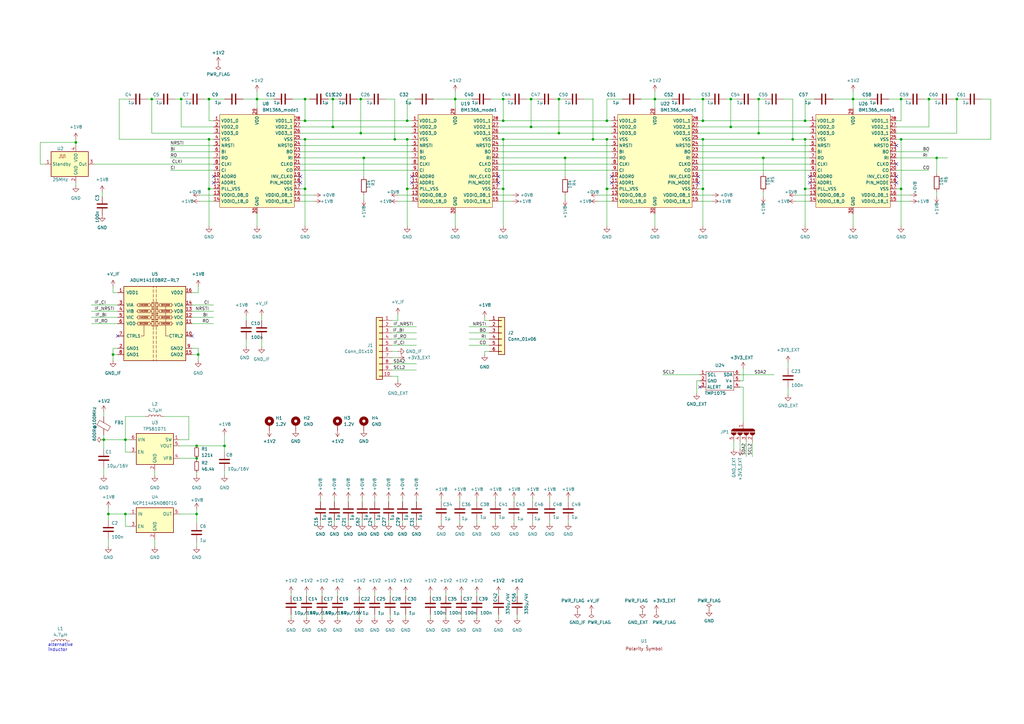
<source format=kicad_sch>
(kicad_sch (version 20230121) (generator eeschema)
  (paper "A3")
  (title_block (title "BM1366 PiAxe") (date "2023-10-10") (rev "202"))
  (junction (at 147.955 54.61))
  (junction (at 248.92 49.53))
  (junction (at 105.41 40.64))
  (junction (at 31.115 58.42))
  (junction (at 369.57 57.15))
  (junction (at 51.435 210.82))
  (junction (at 369.57 77.47))
  (junction (at 136.525 40.64))
  (junction (at 44.45 210.82) (diameter 0.9144))
  (junction (at 229.235 40.64))
  (junction (at 167.005 49.53))
  (junction (at 217.805 40.64))
  (junction (at 206.375 57.15))
  (junction (at 231.775 64.77))
  (junction (at 384.175 64.77))
  (junction (at 80.645 187.96))
  (junction (at 206.375 49.53))
  (junction (at 369.57 40.64))
  (junction (at 186.69 40.64))
  (junction (at 125.095 40.64))
  (junction (at 74.295 40.64))
  (junction (at 313.055 64.77))
  (junction (at 85.725 57.15))
  (junction (at 206.375 40.64))
  (junction (at 349.885 40.64))
  (junction (at 147.955 40.64))
  (junction (at 288.29 40.64))
  (junction (at 85.725 77.47))
  (junction (at 51.435 180.34))
  (junction (at 325.12 57.15))
  (junction (at 330.2 77.47))
  (junction (at 125.095 77.47))
  (junction (at 381 40.64))
  (junction (at 136.525 52.07))
  (junction (at 85.725 40.64))
  (junction (at 217.805 52.07))
  (junction (at 46.355 145.415))
  (junction (at 229.235 54.61))
  (junction (at 80.645 182.88))
  (junction (at 330.2 57.15))
  (junction (at 311.15 40.64))
  (junction (at 161.925 57.15))
  (junction (at 167.005 77.47))
  (junction (at 92.075 182.88))
  (junction (at 62.23 40.64))
  (junction (at 311.15 54.61))
  (junction (at 330.2 49.53))
  (junction (at 288.29 57.15))
  (junction (at 299.72 52.07))
  (junction (at 42.545 180.34))
  (junction (at 248.92 77.47))
  (junction (at 268.605 40.64))
  (junction (at 81.28 145.415))
  (junction (at 392.43 40.64))
  (junction (at 288.29 77.47))
  (junction (at 206.375 77.47))
  (junction (at 125.095 49.53))
  (junction (at 248.92 57.15))
  (junction (at 125.095 57.15))
  (junction (at 149.225 64.77))
  (junction (at 80.645 210.82) (diameter 0.9144))
  (junction (at 167.005 57.15))
  (junction (at 243.205 57.15))
  (junction (at 299.72 40.64))
  (junction (at 288.29 49.53))
  (no_connect (at 286.385 72.39))
  (no_connect (at 250.825 74.93))
  (no_connect (at 204.47 74.93))
  (no_connect (at 87.63 72.39))
  (no_connect (at 78.74 137.795))
  (no_connect (at 332.105 74.93))
  (no_connect (at 87.63 74.93))
  (no_connect (at 367.665 67.31))
  (no_connect (at 367.665 74.93))
  (no_connect (at 287.02 158.75))
  (no_connect (at 332.105 72.39))
  (no_connect (at 286.385 74.93))
  (no_connect (at 367.665 59.69))
  (no_connect (at 250.825 72.39))
  (no_connect (at 168.91 74.93))
  (no_connect (at 204.47 72.39))
  (no_connect (at 123.19 74.93))
  (no_connect (at 48.26 137.795))
  (no_connect (at 367.665 72.39))
  (no_connect (at 168.91 72.39))
  (no_connect (at 123.19 72.39))
  (wire (pts (xy 170.815 141.605) (xy 160.655 141.605)))
  (wire (pts (xy 204.47 59.69) (xy 250.825 59.69)))
  (wire (pts (xy 203.2 205.74) (xy 203.2 204.47)))
  (wire (pts (xy 306.07 180.975) (xy 306.07 187.325)))
  (wire (pts (xy 16.51 67.31) (xy 18.415 67.31)))
  (wire (pts (xy 31.115 74.93) (xy 31.115 76.2)))
  (wire (pts (xy 81.28 145.415) (xy 78.74 145.415)))
  (wire (pts (xy 204.47 77.47) (xy 206.375 77.47)))
  (wire (pts (xy 42.545 168.91) (xy 42.545 170.815)))
  (wire (pts (xy 332.105 57.15) (xy 330.2 57.15)))
  (wire (pts (xy 287.02 156.21) (xy 285.75 156.21)))
  (wire (pts (xy 92.075 178.435) (xy 92.075 182.88)))
  (wire (pts (xy 170.815 136.525) (xy 160.655 136.525)))
  (wire (pts (xy 167.005 57.15) (xy 167.005 77.47)))
  (wire (pts (xy 148.59 204.47) (xy 148.59 205.74)))
  (wire (pts (xy 212.09 252.095) (xy 212.09 253.365)))
  (wire (pts (xy 299.72 52.07) (xy 299.72 40.64)))
  (wire (pts (xy 149.225 64.77) (xy 149.225 72.39)))
  (wire (pts (xy 330.2 77.47) (xy 332.105 77.47)))
  (wire (pts (xy 105.41 37.465) (xy 105.41 40.64)))
  (wire (pts (xy 85.725 40.64) (xy 85.725 49.53)))
  (wire (pts (xy 123.19 59.69) (xy 168.91 59.69)))
  (wire (pts (xy 192.405 133.985) (xy 200.66 133.985)))
  (wire (pts (xy 198.755 131.445) (xy 200.66 131.445)))
  (wire (pts (xy 165.1 204.47) (xy 165.1 205.74)))
  (wire (pts (xy 48.26 142.875) (xy 46.355 142.875)))
  (wire (pts (xy 288.29 40.64) (xy 290.195 40.64)))
  (wire (pts (xy 170.815 213.36) (xy 170.815 214.63)))
  (wire (pts (xy 85.725 77.47) (xy 85.725 92.71)))
  (wire (pts (xy 311.15 54.61) (xy 332.105 54.61)))
  (wire (pts (xy 384.175 64.77) (xy 388.62 64.77)))
  (wire (pts (xy 330.2 49.53) (xy 332.105 49.53)))
  (wire (pts (xy 283.21 40.64) (xy 288.29 40.64)))
  (wire (pts (xy 198.755 144.145) (xy 200.66 144.145)))
  (wire (pts (xy 123.19 54.61) (xy 147.955 54.61)))
  (wire (pts (xy 311.15 54.61) (xy 311.15 40.64)))
  (wire (pts (xy 125.095 57.15) (xy 161.925 57.15)))
  (wire (pts (xy 384.175 78.74) (xy 384.175 80.645)))
  (wire (pts (xy 170.815 133.985) (xy 160.655 133.985)))
  (wire (pts (xy 180.975 213.36) (xy 180.975 214.63)))
  (wire (pts (xy 123.19 80.01) (xy 128.905 80.01)))
  (wire (pts (xy 48.895 40.64) (xy 52.705 40.64)))
  (wire (pts (xy 406.4 40.64) (xy 402.59 40.64)))
  (wire (pts (xy 167.005 77.47) (xy 168.91 77.47)))
  (wire (pts (xy 37.465 130.175) (xy 48.26 130.175)))
  (wire (pts (xy 367.665 64.77) (xy 384.175 64.77)))
  (wire (pts (xy 60.325 40.64) (xy 62.23 40.64)))
  (wire (pts (xy 248.92 57.15) (xy 248.92 77.47)))
  (wire (pts (xy 159.385 213.36) (xy 159.385 214.63)))
  (wire (pts (xy 204.47 80.01) (xy 210.185 80.01)))
  (wire (pts (xy 313.055 78.74) (xy 313.055 80.645)))
  (wire (pts (xy 311.15 40.64) (xy 313.69 40.64)))
  (wire (pts (xy 206.375 57.15) (xy 243.205 57.15)))
  (wire (pts (xy 74.295 40.64) (xy 76.2 40.64)))
  (wire (pts (xy 313.055 64.77) (xy 313.055 71.12)))
  (wire (pts (xy 59.69 170.815) (xy 51.435 170.815)))
  (wire (pts (xy 245.11 82.55) (xy 250.825 82.55)))
  (wire (pts (xy 313.055 64.77) (xy 332.105 64.77)))
  (wire (pts (xy 142.875 204.47) (xy 142.875 205.74)))
  (wire (pts (xy 180.975 204.47) (xy 180.975 205.74)))
  (wire (pts (xy 367.665 82.55) (xy 373.38 82.55)))
  (wire (pts (xy 367.665 49.53) (xy 369.57 49.53)))
  (wire (pts (xy 73.66 187.96) (xy 80.645 187.96)))
  (wire (pts (xy 204.47 49.53) (xy 206.375 49.53)))
  (wire (pts (xy 206.375 77.47) (xy 206.375 92.71)))
  (wire (pts (xy 142.875 213.36) (xy 142.875 214.63)))
  (wire (pts (xy 42.545 178.435) (xy 42.545 180.34)))
  (wire (pts (xy 309.88 40.64) (xy 311.15 40.64)))
  (wire (pts (xy 123.19 64.77) (xy 149.225 64.77)))
  (wire (pts (xy 233.045 213.36) (xy 233.045 214.63)))
  (wire (pts (xy 248.92 49.53) (xy 250.825 49.53)))
  (wire (pts (xy 153.67 252.095) (xy 153.67 253.365)))
  (wire (pts (xy 268.605 40.64) (xy 268.605 44.45)))
  (wire (pts (xy 153.67 213.36) (xy 153.67 214.63)))
  (wire (pts (xy 163.195 131.445) (xy 160.655 131.445)))
  (wire (pts (xy 31.115 58.42) (xy 31.115 59.69)))
  (wire (pts (xy 69.85 69.85) (xy 87.63 69.85)))
  (wire (pts (xy 170.18 40.64) (xy 167.005 40.64)))
  (wire (pts (xy 63.5 220.98) (xy 63.5 224.155)))
  (wire (pts (xy 100.965 129.54) (xy 100.965 131.445)))
  (wire (pts (xy 85.725 57.15) (xy 85.725 77.47)))
  (wire (pts (xy 51.435 180.34) (xy 53.34 180.34)))
  (wire (pts (xy 286.385 59.69) (xy 332.105 59.69)))
  (wire (pts (xy 137.16 204.47) (xy 137.16 205.74)))
  (wire (pts (xy 192.405 141.605) (xy 200.66 141.605)))
  (wire (pts (xy 349.885 37.465) (xy 349.885 40.64)))
  (wire (pts (xy 44.45 210.82) (xy 44.45 213.36)))
  (wire (pts (xy 369.57 49.53) (xy 369.57 40.64)))
  (wire (pts (xy 73.66 180.34) (xy 77.47 180.34)))
  (wire (pts (xy 125.095 40.64) (xy 127 40.64)))
  (wire (pts (xy 125.095 77.47) (xy 125.095 92.71)))
  (wire (pts (xy 78.74 120.015) (xy 81.28 120.015)))
  (wire (pts (xy 330.2 40.64) (xy 330.2 49.53)))
  (wire (pts (xy 131.445 213.36) (xy 131.445 214.63)))
  (wire (pts (xy 217.805 40.64) (xy 220.345 40.64)))
  (wire (pts (xy 138.43 243.205) (xy 138.43 244.475)))
  (wire (pts (xy 186.69 37.465) (xy 186.69 40.64)))
  (wire (pts (xy 81.28 142.875) (xy 81.28 145.415)))
  (wire (pts (xy 288.29 77.47) (xy 288.29 92.71)))
  (wire (pts (xy 46.355 120.015) (xy 46.355 117.475)))
  (wire (pts (xy 166.37 252.095) (xy 166.37 253.365)))
  (wire (pts (xy 369.57 57.15) (xy 369.57 77.47)))
  (wire (pts (xy 123.19 52.07) (xy 136.525 52.07)))
  (wire (pts (xy 138.43 252.095) (xy 138.43 253.365)))
  (wire (pts (xy 369.57 57.15) (xy 406.4 57.15)))
  (wire (pts (xy 248.92 40.64) (xy 248.92 49.53)))
  (wire (pts (xy 297.815 40.64) (xy 299.72 40.64)))
  (wire (pts (xy 74.295 52.07) (xy 74.295 40.64)))
  (wire (pts (xy 165.1 213.36) (xy 165.1 214.63)))
  (wire (pts (xy 123.19 69.85) (xy 168.91 69.85)))
  (wire (pts (xy 105.41 87.63) (xy 105.41 92.71)))
  (wire (pts (xy 231.775 64.77) (xy 231.775 72.39)))
  (wire (pts (xy 119.38 252.095) (xy 119.38 253.365)))
  (wire (pts (xy 131.445 204.47) (xy 131.445 205.74)))
  (wire (pts (xy 286.385 77.47) (xy 288.29 77.47)))
  (wire (pts (xy 125.73 252.095) (xy 125.73 253.365)))
  (wire (pts (xy 308.61 180.975) (xy 308.61 187.325)))
  (wire (pts (xy 107.315 129.54) (xy 107.315 131.445)))
  (wire (pts (xy 217.805 52.07) (xy 250.825 52.07)))
  (wire (pts (xy 62.23 54.61) (xy 62.23 40.64)))
  (wire (pts (xy 41.91 78.74) (xy 41.91 80.645)))
  (wire (pts (xy 349.885 87.63) (xy 349.885 92.71)))
  (wire (pts (xy 147.955 40.64) (xy 150.495 40.64)))
  (wire (pts (xy 123.19 49.53) (xy 125.095 49.53)))
  (wire (pts (xy 323.215 158.75) (xy 323.215 161.925)))
  (wire (pts (xy 163.195 154.305) (xy 160.655 154.305)))
  (wire (pts (xy 48.26 120.015) (xy 46.355 120.015)))
  (wire (pts (xy 153.67 243.205) (xy 153.67 244.475)))
  (wire (pts (xy 136.525 40.64) (xy 139.065 40.64)))
  (wire (pts (xy 31.115 57.15) (xy 31.115 58.42)))
  (wire (pts (xy 326.39 82.55) (xy 332.105 82.55)))
  (wire (pts (xy 406.4 57.15) (xy 406.4 40.64)))
  (wire (pts (xy 182.88 252.095) (xy 182.88 253.365)))
  (wire (pts (xy 206.375 49.53) (xy 248.92 49.53)))
  (wire (pts (xy 367.665 77.47) (xy 369.57 77.47)))
  (wire (pts (xy 146.685 40.64) (xy 147.955 40.64)))
  (wire (pts (xy 149.225 64.77) (xy 168.91 64.77)))
  (wire (pts (xy 367.665 69.85) (xy 381 69.85)))
  (wire (pts (xy 262.89 40.64) (xy 268.605 40.64)))
  (wire (pts (xy 51.435 210.82) (xy 53.34 210.82)))
  (wire (pts (xy 51.435 180.34) (xy 51.435 185.42)))
  (wire (pts (xy 77.47 170.815) (xy 67.31 170.815)))
  (wire (pts (xy 147.32 252.095) (xy 147.32 253.365)))
  (wire (pts (xy 206.375 57.15) (xy 204.47 57.15)))
  (wire (pts (xy 285.75 156.21) (xy 285.75 161.29)))
  (wire (pts (xy 206.375 57.15) (xy 206.375 77.47)))
  (wire (pts (xy 136.525 52.07) (xy 136.525 40.64)))
  (wire (pts (xy 87.63 125.095) (xy 78.74 125.095)))
  (wire (pts (xy 229.235 54.61) (xy 229.235 40.64)))
  (wire (pts (xy 215.9 40.64) (xy 217.805 40.64)))
  (wire (pts (xy 203.2 213.36) (xy 203.2 214.63)))
  (wire (pts (xy 125.095 49.53) (xy 125.095 40.64)))
  (wire (pts (xy 288.29 49.53) (xy 288.29 40.64)))
  (wire (pts (xy 204.47 252.095) (xy 204.47 253.365)))
  (wire (pts (xy 250.825 57.15) (xy 248.92 57.15)))
  (wire (pts (xy 303.53 153.67) (xy 317.5 153.67)))
  (wire (pts (xy 186.69 87.63) (xy 186.69 92.71)))
  (wire (pts (xy 325.12 57.15) (xy 330.2 57.15)))
  (wire (pts (xy 198.755 145.415) (xy 198.755 144.145)))
  (wire (pts (xy 195.58 252.095) (xy 195.58 253.365)))
  (wire (pts (xy 325.12 40.64) (xy 321.31 40.64)))
  (wire (pts (xy 369.57 77.47) (xy 369.57 92.71)))
  (wire (pts (xy 119.38 243.205) (xy 119.38 244.475)))
  (wire (pts (xy 304.8 158.75) (xy 303.53 158.75)))
  (wire (pts (xy 349.885 40.64) (xy 349.885 44.45)))
  (wire (pts (xy 323.215 148.59) (xy 323.215 151.13)))
  (wire (pts (xy 304.8 158.75) (xy 304.8 173.355)))
  (wire (pts (xy 225.425 205.74) (xy 225.425 204.47)))
  (wire (pts (xy 83.82 40.64) (xy 85.725 40.64)))
  (wire (pts (xy 85.725 77.47) (xy 87.63 77.47)))
  (wire (pts (xy 163.195 144.145) (xy 160.655 144.145)))
  (wire (pts (xy 384.175 64.77) (xy 384.175 71.12)))
  (wire (pts (xy 123.19 62.23) (xy 168.91 62.23)))
  (wire (pts (xy 107.315 139.065) (xy 107.315 142.24)))
  (wire (pts (xy 330.2 77.47) (xy 330.2 92.71)))
  (wire (pts (xy 170.815 139.065) (xy 160.655 139.065)))
  (wire (pts (xy 44.45 220.98) (xy 44.45 224.155)))
  (wire (pts (xy 206.375 49.53) (xy 206.375 40.64)))
  (wire (pts (xy 51.435 170.815) (xy 51.435 180.34)))
  (wire (pts (xy 132.08 243.205) (xy 132.08 244.475)))
  (wire (pts (xy 206.375 40.64) (xy 208.28 40.64)))
  (wire (pts (xy 80.645 208.915) (xy 80.645 210.82)))
  (wire (pts (xy 125.73 243.205) (xy 125.73 244.475)))
  (wire (pts (xy 286.385 80.01) (xy 292.1 80.01)))
  (wire (pts (xy 120.015 40.64) (xy 125.095 40.64)))
  (wire (pts (xy 349.885 40.64) (xy 356.87 40.64)))
  (wire (pts (xy 77.47 180.34) (xy 77.47 170.815)))
  (wire (pts (xy 243.205 57.15) (xy 248.92 57.15)))
  (wire (pts (xy 123.19 77.47) (xy 125.095 77.47)))
  (wire (pts (xy 48.26 127.635) (xy 37.465 127.635)))
  (wire (pts (xy 367.665 54.61) (xy 392.43 54.61)))
  (wire (pts (xy 218.44 204.47) (xy 218.44 205.74)))
  (wire (pts (xy 204.47 69.85) (xy 250.825 69.85)))
  (wire (pts (xy 176.53 252.095) (xy 176.53 253.365)))
  (wire (pts (xy 16.51 58.42) (xy 16.51 67.31)))
  (wire (pts (xy 288.29 57.15) (xy 325.12 57.15)))
  (wire (pts (xy 81.915 80.01) (xy 87.63 80.01)))
  (wire (pts (xy 73.66 210.82) (xy 80.645 210.82)))
  (wire (pts (xy 69.85 64.77) (xy 87.63 64.77)))
  (wire (pts (xy 243.205 40.64) (xy 243.205 57.15)))
  (wire (pts (xy 92.075 182.88) (xy 92.075 185.42)))
  (wire (pts (xy 217.805 52.07) (xy 217.805 40.64)))
  (wire (pts (xy 286.385 82.55) (xy 292.1 82.55)))
  (wire (pts (xy 85.725 49.53) (xy 87.63 49.53)))
  (wire (pts (xy 100.965 139.065) (xy 100.965 142.24)))
  (wire (pts (xy 48.895 57.15) (xy 48.895 40.64)))
  (wire (pts (xy 248.92 77.47) (xy 248.92 92.71)))
  (wire (pts (xy 189.23 243.205) (xy 189.23 244.475)))
  (wire (pts (xy 300.99 180.975) (xy 300.99 184.15)))
  (wire (pts (xy 78.74 142.875) (xy 81.28 142.875)))
  (wire (pts (xy 62.23 40.64) (xy 64.135 40.64)))
  (wire (pts (xy 123.19 67.31) (xy 168.91 67.31)))
  (wire (pts (xy 367.665 52.07) (xy 381 52.07)))
  (wire (pts (xy 188.595 204.47) (xy 188.595 205.74)))
  (wire (pts (xy 166.37 243.205) (xy 166.37 244.475)))
  (wire (pts (xy 392.43 40.64) (xy 394.97 40.64)))
  (wire (pts (xy 137.16 213.36) (xy 137.16 214.63)))
  (wire (pts (xy 168.91 57.15) (xy 167.005 57.15)))
  (wire (pts (xy 304.8 156.21) (xy 304.8 151.13)))
  (wire (pts (xy 48.26 125.095) (xy 37.465 125.095)))
  (wire (pts (xy 51.435 210.82) (xy 51.435 215.9)))
  (wire (pts (xy 170.815 149.225) (xy 160.655 149.225)))
  (wire (pts (xy 125.095 57.15) (xy 125.095 77.47)))
  (wire (pts (xy 286.385 67.31) (xy 332.105 67.31)))
  (wire (pts (xy 286.385 57.15) (xy 288.29 57.15)))
  (wire (pts (xy 248.92 77.47) (xy 250.825 77.47)))
  (wire (pts (xy 63.5 193.04) (xy 63.5 194.945)))
  (wire (pts (xy 391.16 40.64) (xy 392.43 40.64)))
  (wire (pts (xy 170.815 151.765) (xy 160.655 151.765)))
  (wire (pts (xy 123.19 82.55) (xy 128.905 82.55)))
  (wire (pts (xy 38.735 67.31) (xy 87.63 67.31)))
  (wire (pts (xy 81.915 82.55) (xy 87.63 82.55)))
  (wire (pts (xy 227.965 40.64) (xy 229.235 40.64)))
  (wire (pts (xy 367.665 80.01) (xy 373.38 80.01)))
  (wire (pts (xy 132.08 252.095) (xy 132.08 253.365)))
  (wire (pts (xy 148.59 213.36) (xy 148.59 214.63)))
  (wire (pts (xy 147.955 54.61) (xy 147.955 40.64)))
  (wire (pts (xy 163.195 82.55) (xy 168.91 82.55)))
  (wire (pts (xy 147.32 243.205) (xy 147.32 244.475)))
  (wire (pts (xy 159.385 204.47) (xy 159.385 205.74)))
  (wire (pts (xy 233.045 205.74) (xy 233.045 204.47)))
  (wire (pts (xy 212.09 243.205) (xy 212.09 244.475)))
  (wire (pts (xy 231.775 80.01) (xy 231.775 81.915)))
  (wire (pts (xy 286.385 64.77) (xy 313.055 64.77)))
  (wire (pts (xy 286.385 54.61) (xy 311.15 54.61)))
  (wire (pts (xy 268.605 37.465) (xy 268.605 40.64)))
  (wire (pts (xy 189.23 252.095) (xy 189.23 253.365)))
  (wire (pts (xy 210.82 204.47) (xy 210.82 205.74)))
  (wire (pts (xy 204.47 67.31) (xy 250.825 67.31)))
  (wire (pts (xy 204.47 52.07) (xy 217.805 52.07)))
  (wire (pts (xy 195.58 205.74) (xy 195.58 204.47)))
  (wire (pts (xy 85.725 57.15) (xy 48.895 57.15)))
  (wire (pts (xy 218.44 213.36) (xy 218.44 214.63)))
  (wire (pts (xy 69.85 62.23) (xy 87.63 62.23)))
  (wire (pts (xy 204.47 62.23) (xy 250.825 62.23)))
  (wire (pts (xy 188.595 213.36) (xy 188.595 214.63)))
  (wire (pts (xy 46.355 142.875) (xy 46.355 145.415)))
  (wire (pts (xy 136.525 52.07) (xy 168.91 52.07)))
  (wire (pts (xy 204.47 54.61) (xy 229.235 54.61)))
  (wire (pts (xy 229.235 54.61) (xy 250.825 54.61)))
  (wire (pts (xy 303.53 156.21) (xy 304.8 156.21)))
  (wire (pts (xy 53.34 215.9) (xy 51.435 215.9)))
  (wire (pts (xy 182.88 243.205) (xy 182.88 244.475)))
  (wire (pts (xy 87.63 57.15) (xy 85.725 57.15)))
  (wire (pts (xy 87.63 127.635) (xy 78.74 127.635)))
  (wire (pts (xy 170.815 204.47) (xy 170.815 205.74)))
  (wire (pts (xy 245.11 80.01) (xy 250.825 80.01)))
  (wire (pts (xy 44.45 208.28) (xy 44.45 210.82)))
  (wire (pts (xy 48.26 145.415) (xy 46.355 145.415)))
  (wire (pts (xy 195.58 213.36) (xy 195.58 214.63)))
  (wire (pts (xy 81.28 145.415) (xy 81.28 147.955)))
  (wire (pts (xy 379.095 40.64) (xy 381 40.64)))
  (wire (pts (xy 62.23 54.61) (xy 87.63 54.61)))
  (wire (pts (xy 299.72 52.07) (xy 332.105 52.07)))
  (wire (pts (xy 204.47 64.77) (xy 231.775 64.77)))
  (wire (pts (xy 288.29 57.15) (xy 288.29 77.47)))
  (wire (pts (xy 160.02 252.095) (xy 160.02 253.365)))
  (wire (pts (xy 46.355 145.415) (xy 46.355 147.955)))
  (wire (pts (xy 392.43 54.61) (xy 392.43 40.64)))
  (wire (pts (xy 81.28 120.015) (xy 81.28 117.475)))
  (wire (pts (xy 48.26 132.715) (xy 37.465 132.715)))
  (wire (pts (xy 198.755 130.175) (xy 198.755 131.445)))
  (wire (pts (xy 176.53 243.205) (xy 176.53 244.475)))
  (wire (pts (xy 167.005 40.64) (xy 167.005 49.53)))
  (wire (pts (xy 192.405 139.065) (xy 200.66 139.065)))
  (wire (pts (xy 71.755 40.64) (xy 74.295 40.64)))
  (wire (pts (xy 105.41 40.64) (xy 112.395 40.64)))
  (wire (pts (xy 92.075 193.04) (xy 92.075 194.945)))
  (wire (pts (xy 248.92 40.64) (xy 255.27 40.64)))
  (wire (pts (xy 231.775 64.77) (xy 250.825 64.77)))
  (wire (pts (xy 80.645 182.88) (xy 92.075 182.88)))
  (wire (pts (xy 163.195 156.21) (xy 163.195 154.305)))
  (wire (pts (xy 367.665 62.23) (xy 381 62.23)))
  (wire (pts (xy 286.385 69.85) (xy 332.105 69.85)))
  (wire (pts (xy 42.545 184.15) (xy 42.545 180.34)))
  (wire (pts (xy 147.955 54.61) (xy 168.91 54.61)))
  (wire (pts (xy 125.095 49.53) (xy 167.005 49.53)))
  (wire (pts (xy 299.72 40.64) (xy 302.26 40.64)))
  (wire (pts (xy 167.005 49.53) (xy 168.91 49.53)))
  (wire (pts (xy 364.49 40.64) (xy 369.57 40.64)))
  (wire (pts (xy 243.205 40.64) (xy 239.395 40.64)))
  (wire (pts (xy 134.62 40.64) (xy 136.525 40.64)))
  (wire (pts (xy 160.02 243.205) (xy 160.02 244.475)))
  (wire (pts (xy 73.66 182.88) (xy 80.645 182.88)))
  (wire (pts (xy 99.695 40.64) (xy 105.41 40.64)))
  (wire (pts (xy 195.58 243.205) (xy 195.58 244.475)))
  (wire (pts (xy 44.45 210.82) (xy 51.435 210.82)))
  (wire (pts (xy 163.195 146.685) (xy 160.655 146.685)))
  (wire (pts (xy 210.82 213.36) (xy 210.82 214.63)))
  (wire (pts (xy 31.115 58.42) (xy 16.51 58.42)))
  (wire (pts (xy 186.69 40.64) (xy 186.69 44.45)))
  (wire (pts (xy 80.645 210.82) (xy 80.645 214.63)))
  (wire (pts (xy 341.63 40.64) (xy 349.885 40.64)))
  (wire (pts (xy 123.19 57.15) (xy 125.095 57.15)))
  (wire (pts (xy 286.385 62.23) (xy 332.105 62.23)))
  (wire (pts (xy 74.295 52.07) (xy 87.63 52.07)))
  (wire (pts (xy 286.385 49.53) (xy 288.29 49.53)))
  (wire (pts (xy 85.725 40.64) (xy 92.075 40.64)))
  (wire (pts (xy 80.645 187.96) (xy 80.645 188.595)))
  (wire (pts (xy 271.78 153.67) (xy 287.02 153.67)))
  (wire (pts (xy 330.2 57.15) (xy 330.2 77.47)))
  (wire (pts (xy 367.665 57.15) (xy 369.57 57.15)))
  (wire (pts (xy 381 40.64) (xy 383.54 40.64)))
  (wire (pts (xy 105.41 40.64) (xy 105.41 44.45)))
  (wire (pts (xy 268.605 40.64) (xy 275.59 40.64)))
  (wire (pts (xy 369.57 40.64) (xy 371.475 40.64)))
  (wire (pts (xy 303.53 180.975) (xy 303.53 184.15)))
  (wire (pts (xy 225.425 213.36) (xy 225.425 214.63)))
  (wire (pts (xy 149.225 80.01) (xy 149.225 81.915)))
  (wire (pts (xy 42.545 191.77) (xy 42.545 194.945)))
  (wire (pts (xy 51.435 185.42) (xy 53.34 185.42)))
  (wire (pts (xy 204.47 243.205) (xy 204.47 244.475)))
  (wire (pts (xy 163.195 128.905) (xy 163.195 131.445)))
  (wire (pts (xy 204.47 82.55) (xy 210.185 82.55)))
  (wire (pts (xy 69.85 59.69) (xy 87.63 59.69)))
  (wire (pts (xy 80.645 193.675) (xy 80.645 194.945)))
  (wire (pts (xy 325.12 57.15) (xy 325.12 40.64)))
  (wire (pts (xy 288.29 49.53) (xy 330.2 49.53)))
  (wire (pts (xy 80.645 222.25) (xy 80.645 224.155)))
  (wire (pts (xy 167.005 77.47) (xy 167.005 92.71)))
  (wire (pts (xy 78.74 130.175) (xy 87.63 130.175)))
  (wire (pts (xy 161.925 57.15) (xy 161.925 40.64)))
  (wire (pts (xy 326.39 80.01) (xy 332.105 80.01)))
  (wire (pts (xy 192.405 136.525) (xy 200.66 136.525)))
  (wire (pts (xy 286.385 52.07) (xy 299.72 52.07)))
  (wire (pts (xy 87.63 132.715) (xy 78.74 132.715)))
  (wire (pts (xy 153.67 204.47) (xy 153.67 205.74)))
  (wire (pts (xy 229.235 40.64) (xy 231.775 40.64)))
  (wire (pts (xy 177.8 40.64) (xy 186.69 40.64)))
  (wire (pts (xy 161.925 57.15) (xy 167.005 57.15)))
  (wire (pts (xy 42.545 180.34) (xy 51.435 180.34)))
  (wire (pts (xy 186.69 40.64) (xy 193.675 40.64)))
  (wire (pts (xy 381 52.07) (xy 381 40.64)))
  (wire (pts (xy 268.605 87.63) (xy 268.605 92.71)))
  (wire (pts (xy 161.925 40.64) (xy 158.115 40.64)))
  (wire (pts (xy 330.2 40.64) (xy 334.01 40.64)))
  (wire (pts (xy 163.195 80.01) (xy 168.91 80.01)))
  (wire (pts (xy 201.295 40.64) (xy 206.375 40.64)))
  (text "alternative\ninductor" (at 19.685 267.335 0) (effects (font (size 1.27 1.27)) (justify left bottom)))
  (label "SDA2" (at 161.29 149.225 0))
  (label "IF_RO" (at 161.29 139.065 0))
  (label "SCL2" (at 308.61 186.69 90))
  (label "IF_BI" (at 43.815 130.175 180))
  (label "IF_NRSTI" (at 161.29 133.985 0))
  (label "BI" (at 69.85 62.23 0))
  (label "BO" (at 199.39 136.525 180))
  (label "NRSTI" (at 69.85 59.69 0))
  (label "RI" (at 378.46 64.77 0))
  (label "SCL2" (at 161.29 151.765 0))
  (label "IF_BI" (at 165.735 136.525 180))
  (label "NRSTI" (at 85.725 127.635 180))
  (label "CLKI" (at 70.485 67.31 0))
  (label "IF_CI" (at 38.735 125.095 0))
  (label "CI" (at 85.725 125.095 180))
  (label "CO" (at 378.46 69.85 0))
  (label "RI" (at 199.39 139.065 180))
  (label "BO" (at 378.46 62.23 0))
  (label "SDA2" (at 314.325 153.67 180))
  (label "SDA2" (at 306.07 186.69 90))
  (label "CI" (at 69.85 69.85 0))
  (label "IF_RO" (at 38.735 132.715 0))
  (label "SCL2" (at 271.78 153.67 0))
  (label "NRSTI" (at 199.39 133.985 180))
  (label "RO" (at 85.725 132.715 180))
  (label "RO" (at 69.85 64.77 0))
  (label "IF_NRSTI" (at 38.735 127.635 0))
  (label "BI" (at 83.185 130.175 0))
  (label "IF_CI" (at 161.29 141.605 0))
  (label "CO" (at 199.39 141.605 180))
  (symbol (lib_id "power:+1V8") (at 218.44 204.47 0) (unit 1)
    (property "Reference" "#PWR01093" (effects hide))
    (property "Value" "+1V8" (at 218.44 200.66 0))
  )
  (symbol (lib_id "Device:C") (at 137.16 209.55 180) (unit 1)
    (property "Reference" "C18" (at 134.62 212.09 90) (effects (justify left bottom)))
    (property "Value" "1µ" (at 137.795 210.82 90) (effects (justify left bottom)))
    (property "Footprint" "Capacitor_SMD:C_0805_2012Metric" (effects hide))
  )
  (symbol (lib_name "GND_7") (lib_id "power:GND") (at 176.53 253.365 0) (unit 1)
    (property "Reference" "#PWR01066" (effects hide))
    (property "Value" "GND" (at 176.53 258.445 0))
  )
  (symbol (lib_id "Device:C") (at 42.545 187.96 0) (unit 1)
    (property "Reference" "C1" (at 43.18 186.055 0) (effects (justify left bottom)))
    (property "Value" "10µ/16V" (at 43.815 191.77 0) (effects (justify left bottom)))
    (property "Footprint" "Capacitor_SMD:C_0805_2012Metric" (effects hide))
  )
  (symbol (lib_id "power:GND") (at 330.2 92.71 0) (mirror y) (unit 1)
    (property "Reference" "#PWR01119" (effects hide))
    (property "Value" "GND" (at 330.2 97.155 0))
  )
  (symbol (lib_id "Device:C") (at 153.67 248.285 0) (unit 1)
    (property "Reference" "C25" (at 154.305 246.38 0) (effects (justify left bottom)))
    (property "Value" "1µ" (at 154.94 252.095 0) (effects (justify left bottom)))
    (property "Footprint" "Capacitor_SMD:C_0805_2012Metric" (effects hide))
  )
  (symbol (lib_id "Device:C") (at 142.875 209.55 180) (unit 1)
    (property "Reference" "C21" (at 140.335 212.09 90) (effects (justify left bottom)))
    (property "Value" "1µ" (at 143.51 210.82 90) (effects (justify left bottom)))
    (property "Footprint" "Capacitor_SMD:C_0805_2012Metric" (effects hide))
  )
  (symbol (lib_id "Device:C") (at 197.485 40.64 90) (unit 1)
    (property "Reference" "C40" (at 194.31 38.1 90) (effects (justify left bottom)))
    (property "Value" "1µ" (at 196.215 41.275 90) (effects (justify left bottom)))
    (property "Footprint" "Capacitor_SMD:C_0805_2012Metric" (effects hide))
  )
  (symbol (lib_id "Device:C") (at 125.73 248.285 0) (unit 1)
    (property "Reference" "C14" (at 126.365 246.38 0) (effects (justify left bottom)))
    (property "Value" "10µ/16V" (at 127 252.095 0) (effects (justify left bottom)))
    (property "Footprint" "Capacitor_SMD:C_0805_2012Metric" (effects hide))
  )
  (symbol (lib_id "mylib7:+0V8") (at 142.875 204.47 0) (unit 1) (in_bom no) (on_board no)
    (property "Reference" "U12" (effects hide))
    (property "Value" "+0V8" (at 142.875 201.295 90) (effects (justify left)))
    (property "Distributor" "-" (effects hide))
  )
  (symbol (lib_id "power:+1V8") (at 31.115 57.15 0) (unit 1)
    (property "Reference" "#PWR01001" (effects hide))
    (property "Value" "+1V8" (at 31.115 52.07 0))
  )
  (symbol (lib_id "Device:L") (at 63.5 170.815 90) (unit 1)
    (property "Reference" "L2" (at 63.5 165.735 90))
    (property "Value" "4.7µH" (at 63.5 168.275 90))
    (property "Footprint" "Inductor_SMD:L_1210_3225Metric" (effects hide))
    (property "Distributor" "D" (effects hide))
    (property "Manufacturer" "1277AS-H-4R7M=P2" (effects hide))
    (property "OrderNr" "490-10594-1-ND" (effects hide))
  )
  (symbol (lib_id "mylib7:GND_EXT") (at 323.215 161.925 0) (unit 1)
    (property "Reference" "#PWR01117" (effects hide))
    (property "Value" "GND_EXT" (at 323.215 166.37 0))
  )
  (symbol (lib_id "mylib7:+0V8") (at 210.185 80.01 270) (unit 1) (in_bom no) (on_board no)
    (property "Reference" "U20" (effects hide))
    (property "Value" "+0V8" (at 213.36 80.01 90) (effects (justify left)))
    (property "Distributor" "-" (effects hide))
  )
  (symbol (lib_id "power:GND") (at 180.975 214.63 0) (mirror y) (unit 1)
    (property "Reference" "#PWR01068" (effects hide))
    (property "Value" "GND" (at 180.975 219.075 0))
  )
  (symbol (lib_id "power:GND") (at 167.005 92.71 0) (mirror y) (unit 1)
    (property "Reference" "#PWR01063" (effects hide))
    (property "Value" "GND" (at 167.005 97.155 0))
  )
  (symbol (lib_id "power:GND") (at 188.595 214.63 0) (mirror y) (unit 1)
    (property "Reference" "#PWR01074" (effects hide))
    (property "Value" "GND" (at 188.595 219.075 0))
  )
  (symbol (lib_id "mylib7:NCP114-SN") (at 63.5 213.36 0) (unit 1)
    (property "Reference" "U4" (at 63.5 203.835 0))
    (property "Value" "NCP114ASN080T1G" (at 63.5 206.375 0))
    (property "Footprint" "Package_TO_SOT_SMD:SOT-23-5" (effects hide))
    (property "Distributor" "D" (effects hide))
    (property "Manufacturer" "NCP114ASN080T1G" (effects hide))
    (property "OrderNr" "488-NCP114ASN080T1GCT-ND" (effects hide))
  )
  (symbol (lib_id "power:GND") (at 63.5 224.155 0) (mirror y) (unit 1)
    (property "Reference" "#PWR01012" (effects hide))
    (property "Value" "GND" (at 63.5 228.6 0))
  )
  (symbol (lib_id "power:+1V8") (at 149.225 81.915 180) (unit 1)
    (property "Reference" "#PWR01047" (effects hide))
    (property "Value" "+1V8" (at 149.225 86.995 90))
  )
  (symbol (lib_id "Device:R") (at 231.775 76.2 0) (unit 1)
    (property "Reference" "R4" (at 235.585 74.93 90))
    (property "Value" "10k" (at 233.68 75.565 90))
    (property "Footprint" "Resistor_SMD:R_0805_2012Metric" (effects hide))
  )
  (symbol (lib_id "power:+1V8") (at 326.39 82.55 90) (unit 1)
    (property "Reference" "#PWR01118" (effects hide))
    (property "Value" "+1V8" (at 321.31 82.55 90))
  )
  (symbol (lib_id "Device:C") (at 119.38 248.285 0) (unit 1)
    (property "Reference" "C13" (at 120.015 246.38 0) (effects (justify left bottom)))
    (property "Value" "10µ/16V" (at 120.65 252.095 0) (effects (justify left bottom)))
    (property "Footprint" "Capacitor_SMD:C_0805_2012Metric" (effects hide))
  )
  (symbol (lib_id "Device:L") (at 24.765 262.89 90) (unit 1) (on_board no)
    (property "Reference" "L1" (at 24.765 257.81 90))
    (property "Value" "4.7µH" (at 24.765 260.35 90))
    (property "Footprint" "Inductor_SMD:L_Wuerth_WE-TPC-3816" (effects hide))
    (property "Distributor" "D" (effects hide))
    (property "Manufacturer" "744031004" (effects hide))
    (property "OrderNr" "732-1008-1-ND" (effects hide))
  )
  (symbol (lib_id "power:+1V8") (at 203.2 204.47 0) (unit 1)
    (property "Reference" "#PWR01083" (effects hide))
    (property "Value" "+1V8" (at 203.2 200.66 0))
  )
  (symbol (lib_id "power:+1V8") (at 195.58 204.47 0) (unit 1)
    (property "Reference" "#PWR01077" (effects hide))
    (property "Value" "+1V8" (at 195.58 200.66 0))
  )
  (symbol (lib_id "power:+1V2") (at 42.545 168.91 0) (unit 1)
    (property "Reference" "#PWR01003" (effects hide))
    (property "Value" "+1V2" (at 42.545 164.465 0))
  )
  (symbol (lib_id "power:+1V8") (at 225.425 204.47 0) (unit 1)
    (property "Reference" "#PWR01095" (effects hide))
    (property "Value" "+1V8" (at 225.425 200.66 0))
  )
  (symbol (lib_id "power:+1V2") (at 186.69 37.465 0) (unit 1)
    (property "Reference" "#PWR01071" (effects hide))
    (property "Value" "+1V2" (at 186.69 33.02 0))
  )
  (symbol (lib_id "power:GND") (at 248.92 92.71 0) (mirror y) (unit 1)
    (property "Reference" "#PWR01103" (effects hide))
    (property "Value" "GND" (at 248.92 97.155 0))
  )
  (symbol (lib_id "power:+1V8") (at 231.775 81.915 180) (unit 1)
    (property "Reference" "#PWR01097" (effects hide))
    (property "Value" "+1V8" (at 231.775 86.995 90))
  )
  (symbol (lib_id "mylib7:+3V3_EXT") (at 304.8 151.13 0) (unit 1)
    (property "Reference" "#PWR01114" (effects hide))
    (property "Value" "+3V3_EXT" (at 304.165 146.685 0))
  )
  (symbol (lib_id "power:GND") (at 153.67 214.63 0) (mirror y) (unit 1)
    (property "Reference" "#PWR01049" (effects hide))
    (property "Value" "GND" (at 153.67 219.075 0))
  )
  (symbol (lib_name "GND_7") (lib_id "power:GND") (at 195.58 253.365 0) (unit 1)
    (property "Reference" "#PWR01080" (effects hide))
    (property "Value" "GND" (at 195.58 258.445 0))
  )
  (symbol (lib_id "Device:C") (at 218.44 209.55 0) (unit 1)
    (property "Reference" "C46" (at 219.075 207.645 0) (effects (justify left bottom)))
    (property "Value" "1µ" (at 219.075 213.36 0) (effects (justify left bottom)))
    (property "Footprint" "Capacitor_SMD:C_0805_2012Metric" (effects hide))
  )
  (symbol (lib_id "Device:C") (at 387.35 40.64 90) (unit 1)
    (property "Reference" "C60" (at 384.81 38.1 90) (effects (justify left bottom)))
    (property "Value" "1µ" (at 386.08 41.275 90) (effects (justify left bottom)))
    (property "Footprint" "Capacitor_SMD:C_0805_2012Metric" (effects hide))
  )
  (symbol (lib_id "Device:C") (at 100.965 135.255 0) (unit 1)
    (property "Reference" "C10" (at 102.87 133.35 0) (effects (justify left bottom)))
    (property "Value" "100n" (at 102.87 139.065 0) (effects (justify left bottom)))
    (property "Footprint" "Capacitor_SMD:C_0805_2012Metric" (effects hide))
  )
  (symbol (lib_id "Mechanical:MountingHole_Pad") (at 121.285 173.99 0) (unit 1)
    (property "Reference" "H2" (at 124.46 171.45 0) (effects (justify left)))
    (property "Value" "GND" (at 124.46 173.99 0) (effects (justify left)))
    (property "Footprint" "MountingHole:MountingHole_4.3mm_M4_Pad_Via" (effects hide))
    (property "Distributor" "-" (effects hide))
  )
  (symbol (lib_id "mylib7:+0V8") (at 128.905 80.01 270) (unit 1) (in_bom no) (on_board no)
    (property "Reference" "U9" (effects hide))
    (property "Value" "+0V8" (at 132.08 80.01 90) (effects (justify left)))
    (property "Distributor" "-" (effects hide))
  )
  (symbol (lib_id "mylib7:+0V8") (at 80.645 208.915 0) (unit 1) (in_bom no) (on_board no)
    (property "Reference" "U6" (effects hide))
    (property "Value" "+0V8" (at 78.105 205.105 0) (effects (justify left)))
    (property "Distributor" "-" (effects hide))
  )
  (symbol (lib_id "Device:C") (at 212.09 40.64 90) (unit 1)
    (property "Reference" "C44" (at 209.55 38.1 90) (effects (justify left bottom)))
    (property "Value" "1µ" (at 210.82 41.275 90) (effects (justify left bottom)))
    (property "Footprint" "Capacitor_SMD:C_0805_2012Metric" (effects hide))
  )
  (symbol (lib_id "power:PWR_FLAG") (at 263.525 250.825 0) (unit 1)
    (property "Reference" "#FLG01005" (effects hide))
    (property "Value" "PWR_FLAG" (at 260.985 246.38 0))
  )
  (symbol (lib_id "power:GND") (at 195.58 214.63 0) (mirror y) (unit 1)
    (property "Reference" "#PWR01078" (effects hide))
    (property "Value" "GND" (at 195.58 219.075 0))
  )
  (symbol (lib_id "Device:C") (at 225.425 209.55 0) (unit 1)
    (property "Reference" "C48" (at 226.695 207.645 0) (effects (justify left bottom)))
    (property "Value" "1µ" (at 226.695 212.725 0) (effects (justify left bottom)))
    (property "Footprint" "Capacitor_SMD:C_0805_2012Metric" (effects hide))
  )
  (symbol (lib_id "power:+1V2") (at 125.73 243.205 0) (unit 1)
    (property "Reference" "#PWR01033" (effects hide))
    (property "Value" "+1V2" (at 125.73 238.125 0))
  )
  (symbol (lib_id "Device:C") (at 176.53 248.285 0) (unit 1)
    (property "Reference" "C33" (at 177.165 246.38 0) (effects (justify left bottom)))
    (property "Value" "100n" (at 177.8 252.095 0) (effects (justify left bottom)))
    (property "Footprint" "Capacitor_SMD:C_0805_2012Metric" (effects hide))
  )
  (symbol (lib_id "mylib7:+V_IF") (at 163.195 128.905 0) (mirror y) (unit 1)
    (property "Reference" "#PWR01056" (effects hide))
    (property "Value" "+V_IF" (at 163.195 123.825 0))
  )
  (symbol (lib_id "Device:C") (at 224.155 40.64 90) (unit 1)
    (property "Reference" "C47" (at 221.615 38.1 90) (effects (justify left bottom)))
    (property "Value" "1µ" (at 222.885 41.275 90) (effects (justify left bottom)))
    (property "Footprint" "Capacitor_SMD:C_0805_2012Metric" (effects hide))
  )
  (symbol (lib_name "GND_7") (lib_id "power:GND") (at 182.88 253.365 0) (unit 1)
    (property "Reference" "#PWR01070" (effects hide))
    (property "Value" "GND" (at 182.88 258.445 0))
  )
  (symbol (lib_id "power:+1V8") (at 373.38 82.55 270) (unit 1)
    (property "Reference" "#PWR01123" (effects hide))
    (property "Value" "+1V8" (at 378.46 82.55 90))
  )
  (symbol (lib_id "power:+1V8") (at 180.975 204.47 0) (unit 1)
    (property "Reference" "#PWR01067" (effects hide))
    (property "Value" "+1V8" (at 180.975 200.66 0))
  )
  (symbol (lib_name "GND_2") (lib_id "power:GND") (at 41.91 88.265 0) (unit 1)
    (property "Reference" "#PWR01008" (effects hide))
    (property "Value" "GND" (at 41.91 93.345 0))
  )
  (symbol (lib_id "Device:C") (at 44.45 217.17 0) (unit 1)
    (property "Reference" "C2" (at 45.72 215.265 0) (effects (justify left bottom)))
    (property "Value" "100n" (at 45.72 220.98 0) (effects (justify left bottom)))
    (property "Footprint" "Capacitor_SMD:C_0805_2012Metric" (effects hide))
  )
  (symbol (lib_id "power:+1V8") (at 384.175 80.645 180) (unit 1)
    (property "Reference" "#PWR01124" (effects hide))
    (property "Value" "+1V8" (at 384.175 85.725 90))
  )
  (symbol (lib_id "Device:C") (at 166.37 248.285 0) (unit 1)
    (property "Reference" "C30" (at 167.005 246.38 0) (effects (justify left bottom)))
    (property "Value" "1µ" (at 167.64 252.095 0) (effects (justify left bottom)))
    (property "Footprint" "Capacitor_SMD:C_0805_2012Metric" (effects hide))
  )
  (symbol (lib_id "power:+1V8") (at 292.1 82.55 270) (unit 1)
    (property "Reference" "#PWR01111" (effects hide))
    (property "Value" "+1V8" (at 297.18 82.55 90))
  )
  (symbol (lib_id "mylib7:GND_IF") (at 163.195 144.145 90) (mirror x) (unit 1)
    (property "Reference" "#PWR01057" (effects hide))
    (property "Value" "GND_IF" (at 166.37 144.145 90) (effects (justify right)))
  )
  (symbol (lib_id "Device:C") (at 323.215 154.94 0) (unit 1)
    (property "Reference" "C23" (at 324.485 153.035 0) (effects (justify left bottom)))
    (property "Value" "100n" (at 324.485 158.75 0) (effects (justify left bottom)))
    (property "Footprint" "Capacitor_SMD:C_0805_2012Metric" (effects hide))
  )
  (symbol (lib_id "Device:C") (at 189.23 248.285 0) (unit 1)
    (property "Reference" "C37" (at 189.865 246.38 0) (effects (justify left bottom)))
    (property "Value" "100n" (at 190.5 252.095 0) (effects (justify left bottom)))
    (property "Footprint" "Capacitor_SMD:C_0805_2012Metric" (effects hide))
  )
  (symbol (lib_id "mylib7:+3V3_EXT") (at 269.24 250.825 0) (unit 1)
    (property "Reference" "#PWR01107" (effects hide))
    (property "Value" "+3V3_EXT" (at 272.415 246.38 0))
  )
  (symbol (lib_id "power:+1V2") (at 176.53 243.205 0) (unit 1)
    (property "Reference" "#PWR01065" (effects hide))
    (property "Value" "+1V2" (at 176.53 238.125 0))
  )
  (symbol (lib_id "Device:C") (at 148.59 209.55 180) (unit 1)
    (property "Reference" "C62" (at 146.05 212.09 90) (effects (justify left bottom)))
    (property "Value" "1µ" (at 149.225 210.82 90) (effects (justify left bottom)))
    (property "Footprint" "Capacitor_SMD:C_0805_2012Metric" (effects hide))
  )
  (symbol (lib_id "power:GND") (at 159.385 214.63 0) (mirror y) (unit 1)
    (property "Reference" "#PWR01052" (effects hide))
    (property "Value" "GND" (at 159.385 219.075 0))
  )
  (symbol (lib_id "Device:C") (at 67.945 40.64 90) (unit 1)
    (property "Reference" "C5" (at 65.405 38.1 90) (effects (justify left bottom)))
    (property "Value" "1µ" (at 66.675 41.275 90) (effects (justify left bottom)))
    (property "Footprint" "Capacitor_SMD:C_0805_2012Metric" (effects hide))
  )
  (symbol (lib_id "mylib7:+0V8") (at 292.1 80.01 270) (unit 1) (in_bom no) (on_board no)
    (property "Reference" "U23" (effects hide))
    (property "Value" "+0V8" (at 295.275 80.01 90) (effects (justify left)))
    (property "Distributor" "-" (effects hide))
  )
  (symbol (lib_id "Device:C") (at 153.67 209.55 180) (unit 1)
    (property "Reference" "C24" (at 151.13 212.09 90) (effects (justify left bottom)))
    (property "Value" "1µ" (at 154.305 210.82 90) (effects (justify left bottom)))
    (property "Footprint" "Capacitor_SMD:C_0805_2012Metric" (effects hide))
  )
  (symbol (lib_id "Device:C") (at 95.885 40.64 90) (unit 1)
    (property "Reference" "C9" (at 89.535 38.1 90) (effects (justify left bottom)))
    (property "Value" "1µ" (at 90.805 41.275 90) (effects (justify left bottom)))
    (property "Footprint" "Capacitor_SMD:C_0805_2012Metric" (effects hide))
  )
  (symbol (lib_id "Device:R") (at 313.055 74.93 0) (unit 1)
    (property "Reference" "R5" (at 316.865 73.66 90))
    (property "Value" "10k" (at 314.96 74.295 90))
    (property "Footprint" "Resistor_SMD:R_0805_2012Metric" (effects hide))
  )
  (symbol (lib_id "power:+1V2") (at 119.38 243.205 0) (unit 1)
    (property "Reference" "#PWR01029" (effects hide))
    (property "Value" "+1V2" (at 119.38 238.125 0))
  )
  (symbol (lib_name "GND_5") (lib_id "power:GND") (at 80.645 194.945 0) (unit 1)
    (property "Reference" "#PWR01013" (effects hide))
    (property "Value" "GND" (at 80.645 200.025 0))
  )
  (symbol (lib_name "GND_7") (lib_id "power:GND") (at 189.23 253.365 0) (unit 1)
    (property "Reference" "#PWR01076" (effects hide))
    (property "Value" "GND" (at 189.23 258.445 0))
  )
  (symbol (lib_id "power:GND") (at 268.605 92.71 0) (mirror y) (unit 1)
    (property "Reference" "#PWR01106" (effects hide))
    (property "Value" "GND" (at 268.605 97.155 0))
  )
  (symbol (lib_id "power:+1V8") (at 92.075 178.435 0) (unit 1)
    (property "Reference" "#PWR01015" (effects hide))
    (property "Value" "+1V8" (at 92.075 173.99 0))
  )
  (symbol (lib_id "mylib7:+0V8") (at 373.38 80.01 270) (unit 1) (in_bom no) (on_board no)
    (property "Reference" "U27" (effects hide))
    (property "Value" "+0V8" (at 375.285 74.295 0) (effects (justify left)))
    (property "Distributor" "-" (effects hide))
  )
  (symbol (lib_name "GND_7") (lib_id "power:GND") (at 160.02 253.365 0) (unit 1)
    (property "Reference" "#PWR01054" (effects hide))
    (property "Value" "GND" (at 160.02 258.445 0))
  )
  (symbol (lib_name "GND_7") (lib_id "power:GND") (at 147.32 253.365 0) (unit 1)
    (property "Reference" "#PWR01045" (effects hide))
    (property "Value" "GND" (at 147.32 258.445 0))
  )
  (symbol (lib_name "GND_4") (lib_id "power:GND") (at 198.755 145.415 0) (unit 1)
    (property "Reference" "#PWR01082" (effects hide))
    (property "Value" "GND" (at 198.755 150.495 0))
  )
  (symbol (lib_id "power:+1V2") (at 138.43 243.205 0) (unit 1)
    (property "Reference" "#PWR01041" (effects hide))
    (property "Value" "+1V2" (at 138.43 238.125 0))
  )
  (symbol (lib_id "power:GND") (at 131.445 214.63 0) (mirror y) (unit 1)
    (property "Reference" "#PWR01036" (effects hide))
    (property "Value" "GND" (at 131.445 219.075 0))
  )
  (symbol (lib_name "GND_7") (lib_id "power:GND") (at 119.38 253.365 0) (unit 1)
    (property "Reference" "#PWR01030" (effects hide))
    (property "Value" "GND" (at 119.38 258.445 0))
  )
  (symbol (lib_id "Device:C") (at 130.81 40.64 270) (mirror x) (unit 1)
    (property "Reference" "C15" (at 133.35 38.1 90) (effects (justify left bottom)))
    (property "Value" "1µ" (at 132.08 41.275 90) (effects (justify left bottom)))
    (property "Footprint" "Capacitor_SMD:C_0805_2012Metric" (effects hide))
  )
  (symbol (lib_id "Device:C") (at 182.88 248.285 0) (unit 1)
    (property "Reference" "C35" (at 183.515 246.38 0) (effects (justify left bottom)))
    (property "Value" "100n" (at 184.15 252.095 0) (effects (justify left bottom)))
    (property "Footprint" "Capacitor_SMD:C_0805_2012Metric" (effects hide))
  )
  (symbol (lib_id "power:+1V8") (at 128.905 82.55 270) (unit 1)
    (property "Reference" "#PWR01035" (effects hide))
    (property "Value" "+1V8" (at 133.985 82.55 90))
  )
  (symbol (lib_id "Device:C") (at 203.2 209.55 0) (unit 1)
    (property "Reference" "C41" (at 204.47 207.645 0) (effects (justify left bottom)))
    (property "Value" "1µ" (at 204.47 212.725 0) (effects (justify left bottom)))
    (property "Footprint" "Capacitor_SMD:C_0805_2012Metric" (effects hide))
  )
  (symbol (lib_id "power:+1V8") (at 210.185 82.55 270) (unit 1)
    (property "Reference" "#PWR01088" (effects hide))
    (property "Value" "+1V8" (at 215.265 82.55 90))
  )
  (symbol (lib_name "GND_6") (lib_id "power:GND") (at 121.285 176.53 0) (unit 1)
    (property "Reference" "#PWR01031" (effects hide))
    (property "Value" "GND" (at 121.285 180.975 0))
  )
  (symbol (lib_id "power:GND") (at 148.59 214.63 0) (mirror y) (unit 1)
    (property "Reference" "#PWR01046" (effects hide))
    (property "Value" "GND" (at 148.59 219.075 0))
  )
  (symbol (lib_id "mylib7:GND_IF") (at 46.355 147.955 0) (unit 1)
    (property "Reference" "#PWR01010" (effects hide))
    (property "Value" "GND_IF" (at 46.355 153.035 0))
  )
  (symbol (lib_name "GND_5") (lib_id "power:GND") (at 42.545 194.945 0) (unit 1)
    (property "Reference" "#PWR01004" (effects hide))
    (property "Value" "GND" (at 42.545 200.025 0))
  )
  (symbol (lib_id "power:GND") (at 369.57 92.71 0) (mirror y) (unit 1)
    (property "Reference" "#PWR01122" (effects hide))
    (property "Value" "GND" (at 369.57 97.155 0))
  )
  (symbol (lib_id "mylib7:+3V3_EXT") (at 323.215 148.59 0) (unit 1)
    (property "Reference" "#PWR01116" (effects hide))
    (property "Value" "+3V3_EXT" (at 323.215 143.51 0))
  )
  (symbol (lib_id "power:+1V8") (at 313.055 80.645 180) (unit 1)
    (property "Reference" "#PWR01115" (effects hide))
    (property "Value" "+1V8" (at 313.055 85.725 90))
  )
  (symbol (lib_id "mylib7:+0V8") (at 137.16 204.47 0) (unit 1) (in_bom no) (on_board no)
    (property "Reference" "U11" (effects hide))
    (property "Value" "+0V8" (at 137.16 201.295 90) (effects (justify left)))
    (property "Distributor" "-" (effects hide))
  )
  (symbol (lib_id "power:GND") (at 80.645 224.155 0) (mirror y) (unit 1)
    (property "Reference" "#PWR01014" (effects hide))
    (property "Value" "GND" (at 80.645 228.6 0))
  )
  (symbol (lib_id "power:PWR_FLAG") (at 290.83 250.19 0) (unit 1)
    (property "Reference" "#FLG01007" (effects hide))
    (property "Value" "PWR_FLAG" (at 290.83 246.38 0))
  )
  (symbol (lib_id "Device:C") (at 138.43 248.285 0) (unit 1)
    (property "Reference" "C19" (at 139.065 246.38 0) (effects (justify left bottom)))
    (property "Value" "10µ/16V" (at 139.7 252.095 0) (effects (justify left bottom)))
    (property "Footprint" "Capacitor_SMD:C_0805_2012Metric" (effects hide))
  )
  (symbol (lib_id "Device:C") (at 337.82 40.64 90) (unit 1)
    (property "Reference" "C57" (at 331.47 38.1 90) (effects (justify left bottom)))
    (property "Value" "1µ" (at 332.74 41.275 90) (effects (justify left bottom)))
    (property "Footprint" "Capacitor_SMD:C_0805_2012Metric" (effects hide))
  )
  (symbol (lib_id "Device:C") (at 80.01 40.64 90) (unit 1)
    (property "Reference" "C7" (at 77.47 38.1 90) (effects (justify left bottom)))
    (property "Value" "1µ" (at 78.74 41.275 90) (effects (justify left bottom)))
    (property "Footprint" "Capacitor_SMD:C_0805_2012Metric" (effects hide))
  )
  (symbol (lib_id "mylib7:+V_IF") (at 107.315 129.54 0) (unit 1)
    (property "Reference" "#PWR01026" (effects hide))
    (property "Value" "+V_IF" (at 107.315 124.46 0))
  )
  (symbol (lib_id "Mechanical:MountingHole_Pad") (at 110.49 173.99 0) (unit 1)
    (property "Reference" "H1" (at 113.03 171.45 0) (effects (justify left)))
    (property "Value" "1.2V" (at 113.03 173.99 0) (effects (justify left)))
    (property "Footprint" "MountingHole:MountingHole_4.3mm_M4_Pad_Via" (effects hide))
    (property "Distributor" "-" (effects hide))
  )
  (symbol (lib_id "Device:C") (at 160.02 248.285 0) (unit 1)
    (property "Reference" "C28" (at 160.655 246.38 0) (effects (justify left bottom)))
    (property "Value" "1µ" (at 161.29 252.095 0) (effects (justify left bottom)))
    (property "Footprint" "Capacitor_SMD:C_0805_2012Metric" (effects hide))
  )
  (symbol (lib_id "Device:R") (at 149.225 76.2 0) (unit 1)
    (property "Reference" "R3" (at 153.035 74.93 90))
    (property "Value" "10k" (at 151.13 75.565 90))
    (property "Footprint" "Resistor_SMD:R_0805_2012Metric" (effects hide))
  )
  (symbol (lib_id "power:+1V8") (at 44.45 208.28 0) (unit 1)
    (property "Reference" "#PWR01005" (effects hide))
    (property "Value" "+1V8" (at 44.45 203.835 0))
  )
  (symbol (lib_id "mylib7:BM1366_mode1") (at 349.885 67.31 0) (unit 1)
    (property "Reference" "U26" (at 352.0791 42.545 0) (effects (justify left)))
    (property "Value" "BM1366_mode1" (at 352.0791 45.085 0) (effects (justify left)))
    (property "Footprint" "qaxe:BM1366" (effects hide))
    (property "Distributor" "X" (effects hide))
  )
  (symbol (lib_id "Device:C") (at 80.645 218.44 0) (unit 1)
    (property "Reference" "C6" (at 81.915 216.535 0) (effects (justify left bottom)))
    (property "Value" "1µ" (at 81.915 222.25 0) (effects (justify left bottom)))
    (property "Footprint" "Capacitor_SMD:C_0805_2012Metric" (effects hide))
  )
  (symbol (lib_name "GND_6") (lib_id "power:GND") (at 149.225 176.53 0) (unit 1)
    (property "Reference" "#PWR01048" (effects hide))
    (property "Value" "GND" (at 149.225 180.975 0))
  )
  (symbol (lib_id "mylib7:+3V3_EXT") (at 303.53 184.15 180) (unit 1)
    (property "Reference" "#PWR01113" (effects hide))
    (property "Value" "+3V3_EXT" (at 303.53 192.405 90))
  )
  (symbol (lib_id "Connector_Generic:Conn_01x06") (at 205.74 136.525 0) (unit 1)
    (property "Reference" "J2" (at 208.28 136.525 0) (effects (justify left)))
    (property "Value" "Conn_01x06" (at 208.28 139.065 0) (effects (justify left)))
    (property "Footprint" "Connector_PinSocket_1.27mm:PinSocket_1x06_P1.27mm_Vertical_SMD_Pin1Right" (effects hide))
    (property "Distributor" "D" (effects hide))
    (property "Manufacturer" "M50-3140645" (effects hide))
    (property "OrderNr" "952-3594-ND" (effects hide))
  )
  (symbol (lib_id "power:+1V2") (at 138.43 176.53 180) (unit 1)
    (property "Reference" "#PWR01040" (effects hide))
    (property "Value" "+1V2" (at 138.43 180.975 0))
  )
  (symbol (lib_id "Device:C") (at 317.5 40.64 90) (unit 1)
    (property "Reference" "C55" (at 314.96 38.1 90) (effects (justify left bottom)))
    (property "Value" "1µ" (at 316.23 41.275 90) (effects (justify left bottom)))
    (property "Footprint" "Capacitor_SMD:C_0805_2012Metric" (effects hide))
  )
  (symbol (lib_id "Device:C") (at 173.99 40.64 90) (unit 1)
    (property "Reference" "C32" (at 167.64 38.1 90) (effects (justify left bottom)))
    (property "Value" "1µ" (at 168.91 41.275 90) (effects (justify left bottom)))
    (property "Footprint" "Capacitor_SMD:C_0805_2012Metric" (effects hide))
  )
  (symbol (lib_id "Device:C") (at 235.585 40.64 90) (unit 1)
    (property "Reference" "C50" (at 233.045 38.1 90) (effects (justify left bottom)))
    (property "Value" "1µ" (at 234.315 41.275 90) (effects (justify left bottom)))
    (property "Footprint" "Capacitor_SMD:C_0805_2012Metric" (effects hide))
  )
  (symbol (lib_id "power:GND") (at 137.16 214.63 0) (mirror y) (unit 1)
    (property "Reference" "#PWR01039" (effects hide))
    (property "Value" "GND" (at 137.16 219.075 0))
  )
  (symbol (lib_name "GND_7") (lib_id "power:GND") (at 125.73 253.365 0) (unit 1)
    (property "Reference" "#PWR01034" (effects hide))
    (property "Value" "GND" (at 125.73 258.445 0))
  )
  (symbol (lib_id "Device:C") (at 107.315 135.255 0) (unit 1)
    (property "Reference" "C11" (effects hide))
    (property "Value" "100n" (effects hide))
    (property "Footprint" "Capacitor_SMD:C_0805_2012Metric" (effects hide))
  )
  (symbol (lib_id "mylib7:+0V8") (at 131.445 204.47 0) (unit 1) (in_bom no) (on_board no)
    (property "Reference" "U10" (effects hide))
    (property "Value" "+0V8" (at 131.445 201.295 90) (effects (justify left)))
    (property "Distributor" "-" (effects hide))
  )
  (symbol (lib_name "GND_1") (lib_id "power:GND") (at 81.28 147.955 0) (unit 1)
    (property "Reference" "#PWR01018" (effects hide))
    (property "Value" "GND" (at 81.28 153.035 0))
  )
  (symbol (lib_id "Device:C") (at 188.595 209.55 0) (unit 1)
    (property "Reference" "C36" (at 189.23 207.645 0) (effects (justify left bottom)))
    (property "Value" "1µ" (at 189.23 213.36 0) (effects (justify left bottom)))
    (property "Footprint" "Capacitor_SMD:C_0805_2012Metric" (effects hide))
  )
  (symbol (lib_id "power:GND") (at 186.69 92.71 0) (mirror y) (unit 1)
    (property "Reference" "#PWR01072" (effects hide))
    (property "Value" "GND" (at 186.69 97.155 0))
  )
  (symbol (lib_id "Device:C") (at 195.58 209.55 0) (unit 1)
    (property "Reference" "C38" (at 196.85 207.645 0) (effects (justify left bottom)))
    (property "Value" "1µ" (at 196.85 212.725 0) (effects (justify left bottom)))
    (property "Footprint" "Capacitor_SMD:C_0805_2012Metric" (effects hide))
  )
  (symbol (lib_id "mylib7:GND_EXT") (at 300.99 184.15 0) (unit 1)
    (property "Reference" "#PWR01112" (effects hide))
    (property "Value" "GND_EXT" (at 300.99 191.77 90))
  )
  (symbol (lib_id "power:PWR_FLAG") (at 236.855 250.825 0) (unit 1)
    (property "Reference" "#FLG01003" (effects hide))
    (property "Value" "PWR_FLAG" (at 234.95 246.38 0))
  )
  (symbol (lib_id "power:GND") (at 105.41 92.71 0) (mirror y) (unit 1)
    (property "Reference" "#PWR01025" (effects hide))
    (property "Value" "GND" (at 105.41 97.155 0))
  )
  (symbol (lib_id "power:+1V2") (at 212.09 243.205 0) (unit 1)
    (property "Reference" "#PWR01091" (effects hide))
    (property "Value" "+1V2" (at 212.09 238.125 0))
  )
  (symbol (lib_id "Device:C") (at 212.09 248.285 0) (unit 1)
    (property "Reference" "C56" (at 210.82 247.015 90) (effects (justify left)))
    (property "Value" "330µ/4V" (at 215.9 252.095 90) (effects (justify left)))
    (property "Footprint" "Capacitor_SMD:C_1210_3225Metric" (effects hide))
    (property "Distributor" "D" (effects hide))
    (property "Manufacturer" "GRM32ER60G337ME05K" (effects hide))
    (property "OrderNr" "490-GRM32ER60G337ME05KCT-ND" (effects hide))
  )
  (symbol (lib_id "power:GND") (at 349.885 92.71 0) (mirror y) (unit 1)
    (property "Reference" "#PWR01121" (effects hide))
    (property "Value" "GND" (at 349.885 97.155 0))
  )
  (symbol (lib_id "mylib7:GND_EXT") (at 285.75 161.29 0) (unit 1)
    (property "Reference" "#PWR01108" (effects hide))
    (property "Value" "GND_EXT" (at 285.75 165.735 0))
  )
  (symbol (lib_id "power:GND") (at 210.82 214.63 0) (mirror y) (unit 1)
    (property "Reference" "#PWR01090" (effects hide))
    (property "Value" "GND" (at 210.82 219.075 0))
  )
  (symbol (lib_id "power:GND") (at 206.375 92.71 0) (mirror y) (unit 1)
    (property "Reference" "#PWR01087" (effects hide))
    (property "Value" "GND" (at 206.375 97.155 0))
  )
  (symbol (lib_name "GND_5") (lib_id "power:GND") (at 63.5 194.945 0) (unit 1)
    (property "Reference" "#PWR01011" (effects hide))
    (property "Value" "GND" (at 63.5 200.025 0))
  )
  (symbol (lib_name "GND_7") (lib_id "power:GND") (at 166.37 253.365 0) (unit 1)
    (property "Reference" "#PWR01062" (effects hide))
    (property "Value" "GND" (at 166.37 258.445 0))
  )
  (symbol (lib_id "Device:C") (at 132.08 248.285 0) (unit 1)
    (property "Reference" "C17" (at 132.715 246.38 0) (effects (justify left bottom)))
    (property "Value" "10µ/16V" (at 133.35 252.095 0) (effects (justify left bottom)))
    (property "Footprint" "Capacitor_SMD:C_0805_2012Metric" (effects hide))
  )
  (symbol (lib_id "power:+1V2") (at 105.41 37.465 0) (unit 1)
    (property "Reference" "#PWR01024" (effects hide))
    (property "Value" "+1V2" (at 105.41 33.02 0))
  )
  (symbol (lib_id "power:+1V2") (at 182.88 243.205 0) (unit 1)
    (property "Reference" "#PWR01069" (effects hide))
    (property "Value" "+1V2" (at 182.88 238.125 0))
  )
  (symbol (lib_id "power:+1V8") (at 81.28 117.475 0) (mirror y) (unit 1)
    (property "Reference" "#PWR01017" (effects hide))
    (property "Value" "+1V8" (at 81.28 112.395 0))
  )
  (symbol (lib_id "Device:FerriteBead") (at 42.545 174.625 0) (unit 1)
    (property "Reference" "FB1" (at 46.99 173.3042 0) (effects (justify left)))
    (property "Value" "600R@100MHz" (at 38.735 180.975 90) (effects (justify left)))
    (property "Footprint" "Inductor_SMD:L_1206_3216Metric" (effects hide))
    (property "Distributor" "D" (effects hide))
    (property "Manufacturer" "MH3261-601Y" (effects hide))
    (property "OrderNr" "MH3261-601YCT-ND" (effects hide))
  )
  (symbol (lib_id "mylib7:BM1366_mode1") (at 105.41 67.31 0) (unit 1)
    (property "Reference" "U8" (at 107.6041 42.545 0) (effects (justify left)))
    (property "Value" "BM1366_mode1" (at 107.6041 45.085 0) (effects (justify left)))
    (property "Footprint" "qaxe:BM1366" (effects hide))
    (property "Distributor" "X" (effects hide))
  )
  (symbol (lib_id "power:+1V2") (at 195.58 243.205 0) (unit 1)
    (property "Reference" "#PWR01079" (effects hide))
    (property "Value" "+1V2" (at 195.58 238.125 0))
  )
  (symbol (lib_id "power:+1V2") (at 89.535 26.035 0) (unit 1)
    (property "Reference" "#PWR01021" (effects hide))
    (property "Value" "+1V2" (at 89.535 21.59 0))
  )
  (symbol (lib_id "mylib7:+0V8") (at 148.59 204.47 0) (unit 1) (in_bom no) (on_board no)
    (property "Reference" "U13" (effects hide))
    (property "Value" "+0V8" (at 148.59 201.295 90) (effects (justify left)))
    (property "Distributor" "-" (effects hide))
  )
  (symbol (lib_id "mylib7:GND_EXT") (at 263.525 250.825 0) (unit 1)
    (property "Reference" "#PWR01104" (effects hide))
    (property "Value" "GND_EXT" (at 261.62 255.27 0))
  )
  (symbol (lib_id "power:+1V2") (at 204.47 243.205 0) (unit 1)
    (property "Reference" "#PWR01085" (effects hide))
    (property "Value" "+1V2" (at 204.47 238.125 0))
  )
  (symbol (lib_id "mylib7:+0V8") (at 165.1 204.47 0) (unit 1) (in_bom no) (on_board no)
    (property "Reference" "U17" (effects hide))
    (property "Value" "+0V8" (at 165.1 201.295 90) (effects (justify left)))
    (property "Distributor" "-" (effects hide))
  )
  (symbol (lib_id "power:GND") (at 218.44 214.63 0) (mirror y) (unit 1)
    (property "Reference" "#PWR01094" (effects hide))
    (property "Value" "GND" (at 218.44 219.075 0))
  )
  (symbol (lib_name "GND_7") (lib_id "power:GND") (at 138.43 253.365 0) (unit 1)
    (property "Reference" "#PWR01042" (effects hide))
    (property "Value" "GND" (at 138.43 258.445 0))
  )
  (symbol (lib_name "GND_7") (lib_id "power:GND") (at 132.08 253.365 0) (unit 1)
    (property "Reference" "#PWR01038" (effects hide))
    (property "Value" "GND" (at 132.08 258.445 0))
  )
  (symbol (lib_id "power:GND") (at 165.1 214.63 0) (mirror y) (unit 1)
    (property "Reference" "#PWR01060" (effects hide))
    (property "Value" "GND" (at 165.1 219.075 0))
  )
  (symbol (lib_id "power:+1V8") (at 188.595 204.47 0) (unit 1)
    (property "Reference" "#PWR01073" (effects hide))
    (property "Value" "+1V8" (at 188.595 200.66 0))
  )
  (symbol (lib_id "mylib7:+0V8") (at 326.39 80.01 90) (unit 1) (in_bom no) (on_board no)
    (property "Reference" "U25" (effects hide))
    (property "Value" "+0V8" (at 327.025 78.74 90) (effects (justify left)))
    (property "Distributor" "-" (effects hide))
  )
  (symbol (lib_id "Device:C") (at 180.975 209.55 0) (unit 1)
    (property "Reference" "C34" (at 181.61 207.645 0) (effects (justify left bottom)))
    (property "Value" "1µ" (at 182.245 213.36 0) (effects (justify left bottom)))
    (property "Footprint" "Capacitor_SMD:C_0805_2012Metric" (effects hide))
  )
  (symbol (lib_id "power:+1V8") (at 210.82 204.47 0) (unit 1)
    (property "Reference" "#PWR01089" (effects hide))
    (property "Value" "+1V8" (at 210.82 200.66 0))
  )
  (symbol (lib_id "power:GND") (at 233.045 214.63 0) (mirror y) (unit 1)
    (property "Reference" "#PWR01099" (effects hide))
    (property "Value" "GND" (at 233.045 219.075 0))
  )
  (symbol (lib_id "power:+1V8") (at 81.915 82.55 90) (unit 1)
    (property "Reference" "#PWR01019" (effects hide))
    (property "Value" "+1V8" (at 76.835 82.55 90))
  )
  (symbol (lib_id "Device:C") (at 116.205 40.64 90) (unit 1)
    (property "Reference" "C12" (at 113.03 38.1 90) (effects (justify left bottom)))
    (property "Value" "1µ" (at 114.935 41.275 90) (effects (justify left bottom)))
    (property "Footprint" "Capacitor_SMD:C_0805_2012Metric" (effects hide))
  )
  (symbol (lib_id "mylib7:GND_IF") (at 236.855 250.825 0) (unit 1)
    (property "Reference" "#PWR01100" (effects hide))
    (property "Value" "GND_IF" (at 236.855 255.27 0))
  )
  (symbol (lib_id "power:PWR_FLAG") (at 242.57 250.825 180) (unit 1)
    (property "Reference" "#FLG01004" (effects hide))
    (property "Value" "PWR_FLAG" (at 245.745 255.27 0))
  )
  (symbol (lib_id "mylib7:+0V8") (at 159.385 204.47 0) (unit 1) (in_bom no) (on_board no)
    (property "Reference" "U15" (effects hide))
    (property "Value" "+0V8" (at 159.385 201.295 90) (effects (justify left)))
    (property "Distributor" "-" (effects hide))
  )
  (symbol (lib_id "Device:R_Small") (at 80.645 185.42 0) (unit 1)
    (property "Reference" "R1" (at 82.55 184.15 0) (effects (justify left)))
    (property "Value" "121k" (at 82.55 186.69 0) (effects (justify left)))
    (property "Footprint" "Resistor_SMD:R_0805_2012Metric" (effects hide))
    (property "Distributor" "D" (effects hide))
    (property "Manufacturer" "RC0805FR-07121KL" (effects hide))
    (property "OrderNr" "311-121KCRCT-ND" (effects hide))
  )
  (symbol (lib_id "power:+1V8") (at 233.045 204.47 0) (unit 1)
    (property "Reference" "#PWR01098" (effects hide))
    (property "Value" "+1V8" (at 233.045 200.66 0))
  )
  (symbol (lib_id "Device:C") (at 92.075 189.23 0) (unit 1)
    (property "Reference" "C8" (at 92.71 187.325 0) (effects (justify left bottom)))
    (property "Value" "10µ/16V" (at 93.345 193.04 0) (effects (justify left bottom)))
    (property "Footprint" "Capacitor_SMD:C_0805_2012Metric" (effects hide))
  )
  (symbol (lib_id "power:GND") (at 288.29 92.71 0) (mirror y) (unit 1)
    (property "Reference" "#PWR01109" (effects hide))
    (property "Value" "GND" (at 288.29 97.155 0))
  )
  (symbol (lib_id "mylib7:GND_EXT") (at 163.195 156.21 0) (mirror y) (unit 1)
    (property "Reference" "#PWR01059" (effects hide))
    (property "Value" "GND_EXT" (at 163.195 161.29 0))
  )
  (symbol (lib_id "mylib7:+V_IF") (at 242.57 250.825 0) (unit 1)
    (property "Reference" "#PWR01101" (effects hide))
    (property "Value" "+V_IF" (at 243.205 246.38 0))
  )
  (symbol (lib_id "power:PWR_FLAG") (at 89.535 26.035 180) (unit 1)
    (property "Reference" "#FLG01002" (effects hide))
    (property "Value" "PWR_FLAG" (at 89.535 30.48 0))
  )
  (symbol (lib_id "power:GND") (at 170.815 214.63 0) (mirror y) (unit 1)
    (property "Reference" "#PWR01064" (effects hide))
    (property "Value" "GND" (at 170.815 219.075 0))
  )
  (symbol (lib_id "mylib7:+V_IF") (at 46.355 117.475 0) (unit 1)
    (property "Reference" "#PWR01009" (effects hide))
    (property "Value" "+V_IF" (at 46.355 112.395 0))
  )
  (symbol (lib_id "power:+1V2") (at 189.23 243.205 0) (unit 1)
    (property "Reference" "#PWR01075" (effects hide))
    (property "Value" "+1V2" (at 189.23 238.125 0))
  )
  (symbol (lib_id "power:+1V2") (at 132.08 243.205 0) (unit 1)
    (property "Reference" "#PWR01037" (effects hide))
    (property "Value" "+1V2" (at 132.08 238.125 0))
  )
  (symbol (lib_id "power:GND") (at 142.875 214.63 0) (mirror y) (unit 1)
    (property "Reference" "#PWR01043" (effects hide))
    (property "Value" "GND" (at 142.875 219.075 0))
  )
  (symbol (lib_id "Device:C") (at 56.515 40.64 90) (unit 1)
    (property "Reference" "C4" (at 53.975 38.1 90) (effects (justify left bottom)))
    (property "Value" "1µ" (at 55.245 41.275 90) (effects (justify left bottom)))
    (property "Footprint" "Capacitor_SMD:C_0805_2012Metric" (effects hide))
  )
  (symbol (lib_id "power:+1V2") (at 153.67 243.205 0) (unit 1)
    (property "Reference" "#PWR01050" (effects hide))
    (property "Value" "+1V2" (at 153.67 238.125 0))
  )
  (symbol (lib_id "Device:C") (at 195.58 248.285 0) (unit 1)
    (property "Reference" "C39" (at 196.215 246.38 0) (effects (justify left bottom)))
    (property "Value" "100n" (at 196.85 252.095 0) (effects (justify left bottom)))
    (property "Footprint" "Capacitor_SMD:C_0805_2012Metric" (effects hide))
  )
  (symbol (lib_id "power:+1V8") (at 245.11 82.55 90) (unit 1)
    (property "Reference" "#PWR01102" (effects hide))
    (property "Value" "+1V8" (at 240.03 82.55 90))
  )
  (symbol (lib_id "mylib7:+3V3_EXT") (at 163.195 146.685 270) (mirror x) (unit 1)
    (property "Reference" "#PWR01058" (effects hide))
    (property "Value" "+3V3_EXT" (at 167.005 146.685 90) (effects (justify left)))
  )
  (symbol (lib_id "Device:C") (at 259.08 40.64 90) (unit 1)
    (property "Reference" "C51" (at 252.73 38.1 90) (effects (justify left bottom)))
    (property "Value" "1µ" (at 254 41.275 90) (effects (justify left bottom)))
    (property "Footprint" "Capacitor_SMD:C_0805_2012Metric" (effects hide))
  )
  (symbol (lib_id "mylib7:SolderJumper_4_to_1") (at 304.8 177.165 270) (unit 1)
    (property "Reference" "JP1" (at 299.085 177.165 90) (effects (justify right)))
    (property "Value" "SolderJumper_4_to_1" (effects hide))
    (property "Footprint" "myfootprints:SolderJumper-4_to_1_P1.3mm_Open_RoundedPad1.0x1.5mm" (effects hide))
    (property "Distributor" "-" (effects hide))
  )
  (symbol (lib_id "Device:C") (at 279.4 40.64 90) (unit 1)
    (property "Reference" "C52" (at 276.225 38.1 90) (effects (justify left bottom)))
    (property "Value" "1µ" (at 278.13 41.275 90) (effects (justify left bottom)))
    (property "Footprint" "Capacitor_SMD:C_0805_2012Metric" (effects hide))
  )
  (symbol (lib_id "power:GND") (at 44.45 224.155 0) (mirror y) (unit 1)
    (property "Reference" "#PWR01006" (effects hide))
    (property "Value" "GND" (at 44.45 228.6 0))
  )
  (symbol (lib_id "Device:R_Small") (at 80.645 191.135 0) (unit 1)
    (property "Reference" "R2" (at 82.55 189.865 0) (effects (justify left)))
    (property "Value" "46.4k" (at 82.55 192.405 0) (effects (justify left)))
    (property "Footprint" "Resistor_SMD:R_0805_2012Metric" (effects hide))
    (property "Distributor" "D" (effects hide))
    (property "Manufacturer" "RC0805FR-0746K4L" (effects hide))
    (property "OrderNr" "311-46.4KCRCT-ND" (effects hide))
  )
  (symbol (lib_id "power:+1V8") (at 198.755 130.175 0) (mirror y) (unit 1)
    (property "Reference" "#PWR01081" (effects hide))
    (property "Value" "+1V8" (at 198.755 125.095 0))
  )
  (symbol (lib_id "mylib7:+0V8") (at 245.11 80.01 90) (unit 1) (in_bom no) (on_board no)
    (property "Reference" "U21" (effects hide))
    (property "Value" "+0V8" (at 245.745 78.74 90) (effects (justify left)))
    (property "Distributor" "-" (effects hide))
  )
  (symbol (lib_id "Device:C") (at 398.78 40.64 90) (unit 1)
    (property "Reference" "C61" (at 396.24 38.1 90) (effects (justify left bottom)))
    (property "Value" "1µ" (at 397.51 41.275 90) (effects (justify left bottom)))
    (property "Footprint" "Capacitor_SMD:C_0805_2012Metric" (effects hide))
  )
  (symbol (lib_id "Oscillator:ASDMB-xxxMHz") (at 28.575 67.31 0) (unit 1)
    (property "Reference" "U2" (at 24.765 60.96 0))
    (property "Value" "25MHz" (at 24.765 73.66 0))
    (property "Footprint" "Oscillator:Oscillator_SMD_EuroQuartz_XO32-4Pin_3.2x2.5mm" (effects hide))
    (property "Datasheet" "https://abracon.com/Oscillators/ASDMB.pdf" (effects hide))
  )
  (symbol (lib_id "power:GND") (at 100.965 142.24 0) (mirror y) (unit 1)
    (property "Reference" "#PWR01023" (effects hide))
    (property "Value" "GND" (at 100.33 146.685 0))
  )
  (symbol (lib_id "power:+1V2") (at 268.605 37.465 0) (unit 1)
    (property "Reference" "#PWR01105" (effects hide))
    (property "Value" "+1V2" (at 268.605 33.02 0))
  )
  (symbol (lib_id "power:+1V2") (at 160.02 243.205 0) (unit 1)
    (property "Reference" "#PWR01053" (effects hide))
    (property "Value" "+1V2" (at 160.02 238.125 0))
  )
  (symbol (lib_id "Isolator:ADuM1411") (at 63.5 132.715 0) (unit 1)
    (property "Reference" "U5" (at 63.5 112.395 0))
    (property "Value" "ADUM141E0BRZ-RL7" (at 63.5 114.935 0))
    (property "Footprint" "Package_SO:SOIC-16_3.9x9.9mm_P1.27mm" (effects hide))
    (property "Datasheet" "https://www.analog.com/media/en/technical-documentation/data-sheets/ADUM1410_1411_1412.pdf" (effects hide))
    (property "Distributor" "D" (effects hide))
    (property "Manufacturer" "ADUM141E0BRZ-RL7" (effects hide))
    (property "OrderNr" "505-ADUM141E0BRZ-RL7CT-ND" (effects hide))
  )
  (symbol (lib_id "power:+1V8") (at 41.91 78.74 0) (unit 1)
    (property "Reference" "#PWR01007" (effects hide))
    (property "Value" "+1V8" (at 41.91 73.66 0))
  )
  (symbol (lib_id "power:+1V2") (at 349.885 37.465 0) (unit 1)
    (property "Reference" "#PWR01120" (effects hide))
    (property "Value" "+1V2" (at 349.885 33.02 0))
  )
  (symbol (lib_id "power:GND") (at 204.47 253.365 0) (mirror y) (unit 1)
    (property "Reference" "#PWR01086" (effects hide))
    (property "Value" "GND" (at 204.47 258.445 0))
  )
  (symbol (lib_name "GND_7") (lib_id "power:GND") (at 153.67 253.365 0) (unit 1)
    (property "Reference" "#PWR01051" (effects hide))
    (property "Value" "GND" (at 153.67 258.445 0))
  )
  (symbol (lib_id "Device:C") (at 154.305 40.64 90) (unit 1)
    (property "Reference" "C26" (at 151.765 38.1 90) (effects (justify left bottom)))
    (property "Value" "1µ" (at 153.035 41.275 90) (effects (justify left bottom)))
    (property "Footprint" "Capacitor_SMD:C_0805_2012Metric" (effects hide))
  )
  (symbol (lib_id "Device:C") (at 170.815 209.55 180) (unit 1)
    (property "Reference" "C31" (at 168.275 212.09 90) (effects (justify left bottom)))
    (property "Value" "1µ" (at 171.45 210.82 90) (effects (justify left bottom)))
    (property "Footprint" "Capacitor_SMD:C_0805_2012Metric" (effects hide))
  )
  (symbol (lib_id "power:GND") (at 212.09 253.365 0) (mirror y) (unit 1)
    (property "Reference" "#PWR01092" (effects hide))
    (property "Value" "GND" (at 212.09 258.445 0))
  )
  (symbol (lib_id "mylib7:+0V8") (at 81.915 80.01 90) (unit 1) (in_bom no) (on_board no)
    (property "Reference" "U7" (effects hide))
    (property "Value" "+0V8" (at 82.55 78.74 90) (effects (justify left)))
    (property "Distributor" "-" (effects hide))
  )
  (symbol (lib_id "Device:R") (at 384.175 74.93 0) (unit 1)
    (property "Reference" "R6" (at 387.985 73.66 90))
    (property "Value" "10k" (at 386.08 74.295 90))
    (property "Footprint" "Resistor_SMD:R_0805_2012Metric" (effects hide))
  )
  (symbol (lib_id "Device:C") (at 306.07 40.64 90) (unit 1)
    (property "Reference" "C54" (at 303.53 38.1 90) (effects (justify left bottom)))
    (property "Value" "1µ" (at 304.8 41.275 90) (effects (justify left bottom)))
    (property "Footprint" "Capacitor_SMD:C_0805_2012Metric" (effects hide))
  )
  (symbol (lib_id "Connector_Generic:Conn_01x10") (at 155.575 141.605 0) (mirror y) (unit 1)
    (property "Reference" "J1" (at 153.035 141.605 0) (effects (justify left)))
    (property "Value" "Conn_01x10" (at 153.035 144.145 0) (effects (justify left)))
    (property "Footprint" "Connector_PinSocket_1.27mm:PinSocket_1x10_P1.27mm_Vertical_SMD_Pin1Right" (effects hide))
    (property "Distributor" "D" (effects hide))
    (property "Manufacturer" "M50-3141045" (effects hide))
    (property "OrderNr" "952-3596-ND" (effects hide))
  )
  (symbol (lib_id "Device:C") (at 159.385 209.55 180) (unit 1)
    (property "Reference" "C27" (at 156.845 212.09 90) (effects (justify left bottom)))
    (property "Value" "1µ" (at 160.02 210.82 90) (effects (justify left bottom)))
    (property "Footprint" "Capacitor_SMD:C_0805_2012Metric" (effects hide))
  )
  (symbol (lib_id "Mechanical:MountingHole_Pad") (at 138.43 173.99 0) (unit 1)
    (property "Reference" "H3" (at 140.97 171.45 0) (effects (justify left)))
    (property "Value" "1.2V" (at 140.97 173.99 0) (effects (justify left)))
    (property "Footprint" "MountingHole:MountingHole_4.3mm_M4_Pad_Via" (effects hide))
    (property "Distributor" "-" (effects hide))
  )
  (symbol (lib_id "Device:C") (at 147.32 248.285 0) (unit 1)
    (property "Reference" "C22" (at 147.955 246.38 0) (effects (justify left bottom)))
    (property "Value" "1µ" (at 148.59 252.095 0) (effects (justify left bottom)))
    (property "Footprint" "Capacitor_SMD:C_0805_2012Metric" (effects hide))
  )
  (symbol (lib_id "power:PWR_FLAG") (at 269.24 250.825 180) (unit 1)
    (property "Reference" "#FLG01006" (effects hide))
    (property "Value" "PWR_FLAG" (at 272.415 255.27 0))
  )
  (symbol (lib_id "mylib7:BM1366_mode1") (at 186.69 67.31 0) (unit 1)
    (property "Reference" "U19" (at 188.8841 42.545 0) (effects (justify left)))
    (property "Value" "BM1366_mode1" (at 188.8841 45.085 0) (effects (justify left)))
    (property "Footprint" "qaxe:BM1366" (effects hide))
    (property "Distributor" "X" (effects hide))
  )
  (symbol (lib_id "mylib7:+0V8") (at 153.67 204.47 0) (unit 1) (in_bom no) (on_board no)
    (property "Reference" "U14" (effects hide))
    (property "Value" "+0V8" (at 153.67 201.295 90) (effects (justify left)))
    (property "Distributor" "-" (effects hide))
  )
  (symbol (lib_id "Device:C") (at 204.47 248.285 0) (unit 1)
    (property "Reference" "C42" (at 203.2 247.015 90) (effects (justify left)))
    (property "Value" "330µ/4V" (at 208.28 252.095 90) (effects (justify left)))
    (property "Footprint" "Capacitor_SMD:C_1210_3225Metric" (effects hide))
    (property "Distributor" "D" (effects hide))
    (property "Manufacturer" "GRM32ER60G337ME05K" (effects hide))
    (property "OrderNr" "490-GRM32ER60G337ME05KCT-ND" (effects hide))
  )
  (symbol (lib_id "power:GND") (at 85.725 92.71 0) (mirror y) (unit 1)
    (property "Reference" "#PWR01020" (effects hide))
    (property "Value" "GND" (at 85.725 97.155 0))
  )
  (symbol (lib_id "power:+1V2") (at 147.32 243.205 0) (unit 1)
    (property "Reference" "#PWR01044" (effects hide))
    (property "Value" "+1V2" (at 147.32 238.125 0))
  )
  (symbol (lib_id "power:+1V8") (at 163.195 82.55 90) (unit 1)
    (property "Reference" "#PWR01055" (effects hide))
    (property "Value" "+1V8" (at 158.115 82.55 90))
  )
  (symbol (lib_id "Device:C") (at 360.68 40.64 90) (unit 1)
    (property "Reference" "C58" (at 357.505 38.1 90) (effects (justify left bottom)))
    (property "Value" "1µ" (at 359.41 41.275 90) (effects (justify left bottom)))
    (property "Footprint" "Capacitor_SMD:C_0805_2012Metric" (effects hide))
  )
  (symbol (lib_id "power:PWR_FLAG") (at 42.545 180.34 90) (unit 1)
    (property "Reference" "#FLG01001" (effects hide))
    (property "Value" "PWR_FLAG" (effects hide))
  )
  (symbol (lib_id "Device:C") (at 233.045 209.55 0) (unit 1)
    (property "Reference" "C49" (at 234.315 207.645 0) (effects (justify left bottom)))
    (property "Value" "1µ" (at 234.315 212.725 0) (effects (justify left bottom)))
    (property "Footprint" "Capacitor_SMD:C_0805_2012Metric" (effects hide))
  )
  (symbol (lib_id "Device:C") (at 294.005 40.64 90) (unit 1)
    (property "Reference" "C53" (at 291.465 38.1 90) (effects (justify left bottom)))
    (property "Value" "1µ" (at 292.735 41.275 90) (effects (justify left bottom)))
    (property "Footprint" "Capacitor_SMD:C_0805_2012Metric" (effects hide))
  )
  (symbol (lib_id "Device:C") (at 165.1 209.55 180) (unit 1)
    (property "Reference" "C29" (at 162.56 212.09 90) (effects (justify left bottom)))
    (property "Value" "1µ" (at 165.735 210.82 90) (effects (justify left bottom)))
    (property "Footprint" "Capacitor_SMD:C_0805_2012Metric" (effects hide))
  )
  (symbol (lib_id "power:+1V2") (at 110.49 176.53 180) (unit 1)
    (property "Reference" "#PWR01028" (effects hide))
    (property "Value" "+1V2" (at 110.49 180.975 0))
  )
  (symbol (lib_id "power:GND") (at 225.425 214.63 0) (mirror y) (unit 1)
    (property "Reference" "#PWR01096" (effects hide))
    (property "Value" "GND" (at 225.425 219.075 0))
  )
  (symbol (lib_id "bitaxe:polarity") (at 265.43 264.795 0) (unit 1) (in_bom no)
    (property "Reference" "U1" (at 264.16 262.89 0))
    (property "Value" "~" (at 265.43 264.795 0))
    (property "Footprint" "bitaxe:polarity" (effects hide))
    (property "Distributor" "-" (effects hide))
  )
  (symbol (lib_id "mylib7:+0V8") (at 170.815 204.47 0) (unit 1) (in_bom no) (on_board no)
    (property "Reference" "U18" (effects hide))
    (property "Value" "+0V8" (at 170.815 201.295 90) (effects (justify left)))
    (property "Distributor" "-" (effects hide))
  )
  (symbol (lib_name "GND_5") (lib_id "power:GND") (at 92.075 194.945 0) (unit 1)
    (property "Reference" "#PWR01016" (effects hide))
    (property "Value" "GND" (at 92.075 200.025 0))
  )
  (symbol (lib_id "power:+1V2") (at 166.37 243.205 0) (unit 1)
    (property "Reference" "#PWR01061" (effects hide))
    (property "Value" "+1V2" (at 166.37 238.125 0))
  )
  (symbol (lib_name "GND_3") (lib_id "power:GND") (at 31.115 76.2 0) (unit 1)
    (property "Reference" "#PWR01002" (effects hide))
    (property "Value" "GND" (at 31.115 81.28 0))
  )
  (symbol (lib_id "mylib7:BM1366_mode1") (at 268.605 67.31 0) (unit 1)
    (property "Reference" "U22" (at 270.7991 42.545 0) (effects (justify left)))
    (property "Value" "BM1366_mode1" (at 270.7991 45.085 0) (effects (justify left)))
    (property "Footprint" "qaxe:BM1366" (effects hide))
    (property "Distributor" "X" (effects hide))
  )
  (symbol (lib_id "Device:C") (at 131.445 209.55 180) (unit 1)
    (property "Reference" "C16" (at 128.905 212.09 90) (effects (justify left bottom)))
    (property "Value" "1µ" (at 132.08 210.82 90) (effects (justify left bottom)))
    (property "Footprint" "Capacitor_SMD:C_0805_2012Metric" (effects hide))
  )
  (symbol (lib_id "power:+1V8") (at 100.965 129.54 0) (unit 1)
    (property "Reference" "#PWR01022" (effects hide))
    (property "Value" "+1V8" (at 99.06 125.095 0))
  )
  (symbol (lib_id "Device:C") (at 375.285 40.64 90) (unit 1)
    (property "Reference" "C59" (at 372.745 38.1 90) (effects (justify left bottom)))
    (property "Value" "1µ" (at 374.015 41.275 90) (effects (justify left bottom)))
    (property "Footprint" "Capacitor_SMD:C_0805_2012Metric" (effects hide))
  )
  (symbol (lib_id "mylib7:GND_IF") (at 107.315 142.24 0) (unit 1)
    (property "Reference" "#PWR01027" (effects hide))
    (property "Value" "GND_IF" (at 107.315 147.32 0))
  )
  (symbol (lib_id "Device:C") (at 41.91 84.455 0) (unit 1)
    (property "Reference" "C3" (at 40.64 82.55 90) (effects (justify left bottom)))
    (property "Value" "100n" (at 40.64 91.44 90) (effects (justify left bottom)))
    (property "Footprint" "Capacitor_SMD:C_0805_2012Metric" (effects hide))
  )
  (symbol (lib_id "mylib7:TMP1075-DRL-SOT563") (at 295.91 156.21 0) (unit 1)
    (property "Reference" "U24" (at 295.275 149.86 0))
    (property "Value" "TMP1075" (at 293.37 161.29 0))
    (property "Footprint" "myfootprints:TMP1075-DRL" (effects hide))
    (property "Distributor" "D" (effects hide))
    (property "Manufacturer" "TMP1075NDRLR" (effects hide))
    (property "OrderNr" "296-TMP1075NDRLRCT-ND" (effects hide))
  )
  (symbol (lib_id "power:GND") (at 203.2 214.63 0) (mirror y) (unit 1)
    (property "Reference" "#PWR01084" (effects hide))
    (property "Value" "GND" (at 203.2 219.075 0))
  )
  (symbol (lib_id "Device:C") (at 210.82 209.55 0) (unit 1)
    (property "Reference" "C43" (at 211.455 207.645 0) (effects (justify left bottom)))
    (property "Value" "1µ" (at 212.09 213.36 0) (effects (justify left bottom)))
    (property "Footprint" "Capacitor_SMD:C_0805_2012Metric" (effects hide))
  )
  (symbol (lib_id "Mechanical:MountingHole_Pad") (at 149.225 173.99 0) (unit 1)
    (property "Reference" "H4" (at 152.4 171.45 0) (effects (justify left)))
    (property "Value" "GND" (at 152.4 173.99 0) (effects (justify left)))
    (property "Footprint" "MountingHole:MountingHole_4.3mm_M4_Pad_Via" (effects hide))
    (property "Distributor" "-" (effects hide))
  )
  (symbol (lib_id "Regulator_Switching:MCP1640BCH") (at 63.5 185.42 0) (unit 1)
    (property "Reference" "U3" (at 63.5 173.355 0))
    (property "Value" "TPS61071" (at 63.5 175.895 0))
    (property "Footprint" "Package_TO_SOT_SMD:SOT-23-6" (effects hide))
    (property "Datasheet" "http://ww1.microchip.com/downloads/en/DeviceDoc/20002234D.pdf" (effects hide))
    (property "Distributor" "D" (effects hide))
    (property "Manufacturer" "TPS61071DDCR" (effects hide))
    (property "OrderNr" "296-17227-1-ND" (effects hide))
  )
  (symbol (lib_id "mylib7:+0V8") (at 163.195 80.01 90) (unit 1) (in_bom no) (on_board no)
    (property "Reference" "U16" (effects hide))
    (property "Value" "+0V8" (at 163.83 78.74 90) (effects (justify left)))
    (property "Distributor" "-" (effects hide))
  )
  (symbol (lib_name "GND_8") (lib_id "power:GND") (at 290.83 250.19 0) (unit 1)
    (property "Reference" "#PWR01110" (effects hide))
    (property "Value" "GND" (at 290.83 254.635 0))
  )
  (symbol (lib_id "power:GND") (at 125.095 92.71 0) (mirror y) (unit 1)
    (property "Reference" "#PWR01032" (effects hide))
    (property "Value" "GND" (at 125.095 97.155 0))
  )
  (symbol (lib_id "Device:C") (at 142.875 40.64 90) (unit 1)
    (property "Reference" "C20" (at 140.335 38.1 90) (effects (justify left bottom)))
    (property "Value" "1µ" (at 141.605 41.275 90) (effects (justify left bottom)))
    (property "Footprint" "Capacitor_SMD:C_0805_2012Metric" (effects hide))
  )
)
</source>
